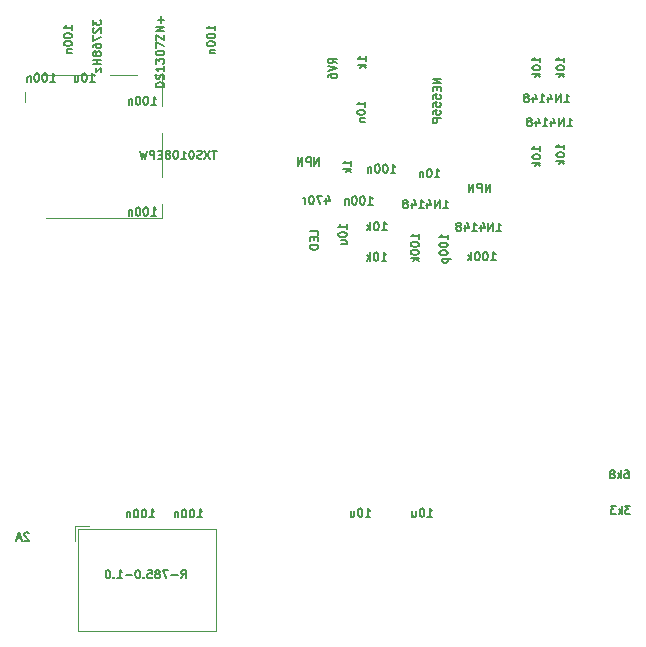
<source format=gbr>
%TF.GenerationSoftware,KiCad,Pcbnew,(7.0.0-0)*%
%TF.CreationDate,2023-06-27T20:57:55+01:00*%
%TF.ProjectId,ArdynoMon,41726479-6e6f-44d6-9f6e-2e6b69636164,Rev 3.5*%
%TF.SameCoordinates,Original*%
%TF.FileFunction,Legend,Bot*%
%TF.FilePolarity,Positive*%
%FSLAX46Y46*%
G04 Gerber Fmt 4.6, Leading zero omitted, Abs format (unit mm)*
G04 Created by KiCad (PCBNEW (7.0.0-0)) date 2023-06-27 20:57:55*
%MOMM*%
%LPD*%
G01*
G04 APERTURE LIST*
%ADD10C,0.150000*%
%ADD11C,0.120000*%
G04 APERTURE END LIST*
D10*
%TO.C,R13*%
X107315616Y-92843183D02*
X107315616Y-92443183D01*
X107315616Y-92643183D02*
X106615616Y-92643183D01*
X106615616Y-92643183D02*
X106715616Y-92576516D01*
X106715616Y-92576516D02*
X106782283Y-92509850D01*
X106782283Y-92509850D02*
X106815616Y-92443183D01*
X106615616Y-93276517D02*
X106615616Y-93343183D01*
X106615616Y-93343183D02*
X106648950Y-93409850D01*
X106648950Y-93409850D02*
X106682283Y-93443183D01*
X106682283Y-93443183D02*
X106748950Y-93476517D01*
X106748950Y-93476517D02*
X106882283Y-93509850D01*
X106882283Y-93509850D02*
X107048950Y-93509850D01*
X107048950Y-93509850D02*
X107182283Y-93476517D01*
X107182283Y-93476517D02*
X107248950Y-93443183D01*
X107248950Y-93443183D02*
X107282283Y-93409850D01*
X107282283Y-93409850D02*
X107315616Y-93343183D01*
X107315616Y-93343183D02*
X107315616Y-93276517D01*
X107315616Y-93276517D02*
X107282283Y-93209850D01*
X107282283Y-93209850D02*
X107248950Y-93176517D01*
X107248950Y-93176517D02*
X107182283Y-93143183D01*
X107182283Y-93143183D02*
X107048950Y-93109850D01*
X107048950Y-93109850D02*
X106882283Y-93109850D01*
X106882283Y-93109850D02*
X106748950Y-93143183D01*
X106748950Y-93143183D02*
X106682283Y-93176517D01*
X106682283Y-93176517D02*
X106648950Y-93209850D01*
X106648950Y-93209850D02*
X106615616Y-93276517D01*
X107315616Y-93809850D02*
X106615616Y-93809850D01*
X107048950Y-93876517D02*
X107315616Y-94076517D01*
X106848950Y-94076517D02*
X107115616Y-93809850D01*
%TO.C,D3*%
X107288450Y-88856516D02*
X107688450Y-88856516D01*
X107488450Y-88856516D02*
X107488450Y-88156516D01*
X107488450Y-88156516D02*
X107555117Y-88256516D01*
X107555117Y-88256516D02*
X107621784Y-88323183D01*
X107621784Y-88323183D02*
X107688450Y-88356516D01*
X106988450Y-88856516D02*
X106988450Y-88156516D01*
X106988450Y-88156516D02*
X106588450Y-88856516D01*
X106588450Y-88856516D02*
X106588450Y-88156516D01*
X105955117Y-88389850D02*
X105955117Y-88856516D01*
X106121784Y-88123183D02*
X106288450Y-88623183D01*
X106288450Y-88623183D02*
X105855117Y-88623183D01*
X105221783Y-88856516D02*
X105621783Y-88856516D01*
X105421783Y-88856516D02*
X105421783Y-88156516D01*
X105421783Y-88156516D02*
X105488450Y-88256516D01*
X105488450Y-88256516D02*
X105555117Y-88323183D01*
X105555117Y-88323183D02*
X105621783Y-88356516D01*
X104621783Y-88389850D02*
X104621783Y-88856516D01*
X104788450Y-88123183D02*
X104955116Y-88623183D01*
X104955116Y-88623183D02*
X104521783Y-88623183D01*
X104155116Y-88456516D02*
X104221783Y-88423183D01*
X104221783Y-88423183D02*
X104255116Y-88389850D01*
X104255116Y-88389850D02*
X104288449Y-88323183D01*
X104288449Y-88323183D02*
X104288449Y-88289850D01*
X104288449Y-88289850D02*
X104255116Y-88223183D01*
X104255116Y-88223183D02*
X104221783Y-88189850D01*
X104221783Y-88189850D02*
X104155116Y-88156516D01*
X104155116Y-88156516D02*
X104021783Y-88156516D01*
X104021783Y-88156516D02*
X103955116Y-88189850D01*
X103955116Y-88189850D02*
X103921783Y-88223183D01*
X103921783Y-88223183D02*
X103888449Y-88289850D01*
X103888449Y-88289850D02*
X103888449Y-88323183D01*
X103888449Y-88323183D02*
X103921783Y-88389850D01*
X103921783Y-88389850D02*
X103955116Y-88423183D01*
X103955116Y-88423183D02*
X104021783Y-88456516D01*
X104021783Y-88456516D02*
X104155116Y-88456516D01*
X104155116Y-88456516D02*
X104221783Y-88489850D01*
X104221783Y-88489850D02*
X104255116Y-88523183D01*
X104255116Y-88523183D02*
X104288449Y-88589850D01*
X104288449Y-88589850D02*
X104288449Y-88723183D01*
X104288449Y-88723183D02*
X104255116Y-88789850D01*
X104255116Y-88789850D02*
X104221783Y-88823183D01*
X104221783Y-88823183D02*
X104155116Y-88856516D01*
X104155116Y-88856516D02*
X104021783Y-88856516D01*
X104021783Y-88856516D02*
X103955116Y-88823183D01*
X103955116Y-88823183D02*
X103921783Y-88789850D01*
X103921783Y-88789850D02*
X103888449Y-88723183D01*
X103888449Y-88723183D02*
X103888449Y-88589850D01*
X103888449Y-88589850D02*
X103921783Y-88523183D01*
X103921783Y-88523183D02*
X103955116Y-88489850D01*
X103955116Y-88489850D02*
X104021783Y-88456516D01*
%TO.C,C20*%
X72337733Y-89084766D02*
X72737733Y-89084766D01*
X72537733Y-89084766D02*
X72537733Y-88384766D01*
X72537733Y-88384766D02*
X72604400Y-88484766D01*
X72604400Y-88484766D02*
X72671067Y-88551433D01*
X72671067Y-88551433D02*
X72737733Y-88584766D01*
X71904400Y-88384766D02*
X71837733Y-88384766D01*
X71837733Y-88384766D02*
X71771066Y-88418100D01*
X71771066Y-88418100D02*
X71737733Y-88451433D01*
X71737733Y-88451433D02*
X71704400Y-88518100D01*
X71704400Y-88518100D02*
X71671066Y-88651433D01*
X71671066Y-88651433D02*
X71671066Y-88818100D01*
X71671066Y-88818100D02*
X71704400Y-88951433D01*
X71704400Y-88951433D02*
X71737733Y-89018100D01*
X71737733Y-89018100D02*
X71771066Y-89051433D01*
X71771066Y-89051433D02*
X71837733Y-89084766D01*
X71837733Y-89084766D02*
X71904400Y-89084766D01*
X71904400Y-89084766D02*
X71971066Y-89051433D01*
X71971066Y-89051433D02*
X72004400Y-89018100D01*
X72004400Y-89018100D02*
X72037733Y-88951433D01*
X72037733Y-88951433D02*
X72071066Y-88818100D01*
X72071066Y-88818100D02*
X72071066Y-88651433D01*
X72071066Y-88651433D02*
X72037733Y-88518100D01*
X72037733Y-88518100D02*
X72004400Y-88451433D01*
X72004400Y-88451433D02*
X71971066Y-88418100D01*
X71971066Y-88418100D02*
X71904400Y-88384766D01*
X71237733Y-88384766D02*
X71171066Y-88384766D01*
X71171066Y-88384766D02*
X71104399Y-88418100D01*
X71104399Y-88418100D02*
X71071066Y-88451433D01*
X71071066Y-88451433D02*
X71037733Y-88518100D01*
X71037733Y-88518100D02*
X71004399Y-88651433D01*
X71004399Y-88651433D02*
X71004399Y-88818100D01*
X71004399Y-88818100D02*
X71037733Y-88951433D01*
X71037733Y-88951433D02*
X71071066Y-89018100D01*
X71071066Y-89018100D02*
X71104399Y-89051433D01*
X71104399Y-89051433D02*
X71171066Y-89084766D01*
X71171066Y-89084766D02*
X71237733Y-89084766D01*
X71237733Y-89084766D02*
X71304399Y-89051433D01*
X71304399Y-89051433D02*
X71337733Y-89018100D01*
X71337733Y-89018100D02*
X71371066Y-88951433D01*
X71371066Y-88951433D02*
X71404399Y-88818100D01*
X71404399Y-88818100D02*
X71404399Y-88651433D01*
X71404399Y-88651433D02*
X71371066Y-88518100D01*
X71371066Y-88518100D02*
X71337733Y-88451433D01*
X71337733Y-88451433D02*
X71304399Y-88418100D01*
X71304399Y-88418100D02*
X71237733Y-88384766D01*
X70704399Y-88618100D02*
X70704399Y-89084766D01*
X70704399Y-88684766D02*
X70671066Y-88651433D01*
X70671066Y-88651433D02*
X70604399Y-88618100D01*
X70604399Y-88618100D02*
X70504399Y-88618100D01*
X70504399Y-88618100D02*
X70437732Y-88651433D01*
X70437732Y-88651433D02*
X70404399Y-88718100D01*
X70404399Y-88718100D02*
X70404399Y-89084766D01*
%TO.C,Q2*%
X101043466Y-96456166D02*
X101043466Y-95756166D01*
X101043466Y-95756166D02*
X100643466Y-96456166D01*
X100643466Y-96456166D02*
X100643466Y-95756166D01*
X100310133Y-96456166D02*
X100310133Y-95756166D01*
X100310133Y-95756166D02*
X100043466Y-95756166D01*
X100043466Y-95756166D02*
X99976800Y-95789500D01*
X99976800Y-95789500D02*
X99943466Y-95822833D01*
X99943466Y-95822833D02*
X99910133Y-95889500D01*
X99910133Y-95889500D02*
X99910133Y-95989500D01*
X99910133Y-95989500D02*
X99943466Y-96056166D01*
X99943466Y-96056166D02*
X99976800Y-96089500D01*
X99976800Y-96089500D02*
X100043466Y-96122833D01*
X100043466Y-96122833D02*
X100310133Y-96122833D01*
X99610133Y-96456166D02*
X99610133Y-95756166D01*
X99610133Y-95756166D02*
X99210133Y-96456166D01*
X99210133Y-96456166D02*
X99210133Y-95756166D01*
%TO.C,D1*%
X101545300Y-99758166D02*
X101945300Y-99758166D01*
X101745300Y-99758166D02*
X101745300Y-99058166D01*
X101745300Y-99058166D02*
X101811967Y-99158166D01*
X101811967Y-99158166D02*
X101878634Y-99224833D01*
X101878634Y-99224833D02*
X101945300Y-99258166D01*
X101245300Y-99758166D02*
X101245300Y-99058166D01*
X101245300Y-99058166D02*
X100845300Y-99758166D01*
X100845300Y-99758166D02*
X100845300Y-99058166D01*
X100211967Y-99291500D02*
X100211967Y-99758166D01*
X100378634Y-99024833D02*
X100545300Y-99524833D01*
X100545300Y-99524833D02*
X100111967Y-99524833D01*
X99478633Y-99758166D02*
X99878633Y-99758166D01*
X99678633Y-99758166D02*
X99678633Y-99058166D01*
X99678633Y-99058166D02*
X99745300Y-99158166D01*
X99745300Y-99158166D02*
X99811967Y-99224833D01*
X99811967Y-99224833D02*
X99878633Y-99258166D01*
X98878633Y-99291500D02*
X98878633Y-99758166D01*
X99045300Y-99024833D02*
X99211966Y-99524833D01*
X99211966Y-99524833D02*
X98778633Y-99524833D01*
X98411966Y-99358166D02*
X98478633Y-99324833D01*
X98478633Y-99324833D02*
X98511966Y-99291500D01*
X98511966Y-99291500D02*
X98545299Y-99224833D01*
X98545299Y-99224833D02*
X98545299Y-99191500D01*
X98545299Y-99191500D02*
X98511966Y-99124833D01*
X98511966Y-99124833D02*
X98478633Y-99091500D01*
X98478633Y-99091500D02*
X98411966Y-99058166D01*
X98411966Y-99058166D02*
X98278633Y-99058166D01*
X98278633Y-99058166D02*
X98211966Y-99091500D01*
X98211966Y-99091500D02*
X98178633Y-99124833D01*
X98178633Y-99124833D02*
X98145299Y-99191500D01*
X98145299Y-99191500D02*
X98145299Y-99224833D01*
X98145299Y-99224833D02*
X98178633Y-99291500D01*
X98178633Y-99291500D02*
X98211966Y-99324833D01*
X98211966Y-99324833D02*
X98278633Y-99358166D01*
X98278633Y-99358166D02*
X98411966Y-99358166D01*
X98411966Y-99358166D02*
X98478633Y-99391500D01*
X98478633Y-99391500D02*
X98511966Y-99424833D01*
X98511966Y-99424833D02*
X98545299Y-99491500D01*
X98545299Y-99491500D02*
X98545299Y-99624833D01*
X98545299Y-99624833D02*
X98511966Y-99691500D01*
X98511966Y-99691500D02*
X98478633Y-99724833D01*
X98478633Y-99724833D02*
X98411966Y-99758166D01*
X98411966Y-99758166D02*
X98278633Y-99758166D01*
X98278633Y-99758166D02*
X98211966Y-99724833D01*
X98211966Y-99724833D02*
X98178633Y-99691500D01*
X98178633Y-99691500D02*
X98145299Y-99624833D01*
X98145299Y-99624833D02*
X98145299Y-99491500D01*
X98145299Y-99491500D02*
X98178633Y-99424833D01*
X98178633Y-99424833D02*
X98211966Y-99391500D01*
X98211966Y-99391500D02*
X98278633Y-99358166D01*
%TO.C,C12*%
X77727166Y-82782666D02*
X77727166Y-82382666D01*
X77727166Y-82582666D02*
X77027166Y-82582666D01*
X77027166Y-82582666D02*
X77127166Y-82515999D01*
X77127166Y-82515999D02*
X77193833Y-82449333D01*
X77193833Y-82449333D02*
X77227166Y-82382666D01*
X77027166Y-83216000D02*
X77027166Y-83282666D01*
X77027166Y-83282666D02*
X77060500Y-83349333D01*
X77060500Y-83349333D02*
X77093833Y-83382666D01*
X77093833Y-83382666D02*
X77160500Y-83416000D01*
X77160500Y-83416000D02*
X77293833Y-83449333D01*
X77293833Y-83449333D02*
X77460500Y-83449333D01*
X77460500Y-83449333D02*
X77593833Y-83416000D01*
X77593833Y-83416000D02*
X77660500Y-83382666D01*
X77660500Y-83382666D02*
X77693833Y-83349333D01*
X77693833Y-83349333D02*
X77727166Y-83282666D01*
X77727166Y-83282666D02*
X77727166Y-83216000D01*
X77727166Y-83216000D02*
X77693833Y-83149333D01*
X77693833Y-83149333D02*
X77660500Y-83116000D01*
X77660500Y-83116000D02*
X77593833Y-83082666D01*
X77593833Y-83082666D02*
X77460500Y-83049333D01*
X77460500Y-83049333D02*
X77293833Y-83049333D01*
X77293833Y-83049333D02*
X77160500Y-83082666D01*
X77160500Y-83082666D02*
X77093833Y-83116000D01*
X77093833Y-83116000D02*
X77060500Y-83149333D01*
X77060500Y-83149333D02*
X77027166Y-83216000D01*
X77027166Y-83882667D02*
X77027166Y-83949333D01*
X77027166Y-83949333D02*
X77060500Y-84016000D01*
X77060500Y-84016000D02*
X77093833Y-84049333D01*
X77093833Y-84049333D02*
X77160500Y-84082667D01*
X77160500Y-84082667D02*
X77293833Y-84116000D01*
X77293833Y-84116000D02*
X77460500Y-84116000D01*
X77460500Y-84116000D02*
X77593833Y-84082667D01*
X77593833Y-84082667D02*
X77660500Y-84049333D01*
X77660500Y-84049333D02*
X77693833Y-84016000D01*
X77693833Y-84016000D02*
X77727166Y-83949333D01*
X77727166Y-83949333D02*
X77727166Y-83882667D01*
X77727166Y-83882667D02*
X77693833Y-83816000D01*
X77693833Y-83816000D02*
X77660500Y-83782667D01*
X77660500Y-83782667D02*
X77593833Y-83749333D01*
X77593833Y-83749333D02*
X77460500Y-83716000D01*
X77460500Y-83716000D02*
X77293833Y-83716000D01*
X77293833Y-83716000D02*
X77160500Y-83749333D01*
X77160500Y-83749333D02*
X77093833Y-83782667D01*
X77093833Y-83782667D02*
X77060500Y-83816000D01*
X77060500Y-83816000D02*
X77027166Y-83882667D01*
X77260500Y-84416000D02*
X77727166Y-84416000D01*
X77327166Y-84416000D02*
X77293833Y-84449334D01*
X77293833Y-84449334D02*
X77260500Y-84516000D01*
X77260500Y-84516000D02*
X77260500Y-84616000D01*
X77260500Y-84616000D02*
X77293833Y-84682667D01*
X77293833Y-84682667D02*
X77360500Y-84716000D01*
X77360500Y-84716000D02*
X77727166Y-84716000D01*
%TO.C,F1*%
X61967999Y-125353833D02*
X61934666Y-125320500D01*
X61934666Y-125320500D02*
X61867999Y-125287166D01*
X61867999Y-125287166D02*
X61701333Y-125287166D01*
X61701333Y-125287166D02*
X61634666Y-125320500D01*
X61634666Y-125320500D02*
X61601333Y-125353833D01*
X61601333Y-125353833D02*
X61567999Y-125420500D01*
X61567999Y-125420500D02*
X61567999Y-125487166D01*
X61567999Y-125487166D02*
X61601333Y-125587166D01*
X61601333Y-125587166D02*
X62001333Y-125987166D01*
X62001333Y-125987166D02*
X61567999Y-125987166D01*
X61301332Y-125787166D02*
X60967999Y-125787166D01*
X61367999Y-125987166D02*
X61134666Y-125287166D01*
X61134666Y-125287166D02*
X60901332Y-125987166D01*
%TO.C,C21*%
X65623766Y-82751866D02*
X65623766Y-82351866D01*
X65623766Y-82551866D02*
X64923766Y-82551866D01*
X64923766Y-82551866D02*
X65023766Y-82485199D01*
X65023766Y-82485199D02*
X65090433Y-82418533D01*
X65090433Y-82418533D02*
X65123766Y-82351866D01*
X64923766Y-83185200D02*
X64923766Y-83251866D01*
X64923766Y-83251866D02*
X64957100Y-83318533D01*
X64957100Y-83318533D02*
X64990433Y-83351866D01*
X64990433Y-83351866D02*
X65057100Y-83385200D01*
X65057100Y-83385200D02*
X65190433Y-83418533D01*
X65190433Y-83418533D02*
X65357100Y-83418533D01*
X65357100Y-83418533D02*
X65490433Y-83385200D01*
X65490433Y-83385200D02*
X65557100Y-83351866D01*
X65557100Y-83351866D02*
X65590433Y-83318533D01*
X65590433Y-83318533D02*
X65623766Y-83251866D01*
X65623766Y-83251866D02*
X65623766Y-83185200D01*
X65623766Y-83185200D02*
X65590433Y-83118533D01*
X65590433Y-83118533D02*
X65557100Y-83085200D01*
X65557100Y-83085200D02*
X65490433Y-83051866D01*
X65490433Y-83051866D02*
X65357100Y-83018533D01*
X65357100Y-83018533D02*
X65190433Y-83018533D01*
X65190433Y-83018533D02*
X65057100Y-83051866D01*
X65057100Y-83051866D02*
X64990433Y-83085200D01*
X64990433Y-83085200D02*
X64957100Y-83118533D01*
X64957100Y-83118533D02*
X64923766Y-83185200D01*
X64923766Y-83851867D02*
X64923766Y-83918533D01*
X64923766Y-83918533D02*
X64957100Y-83985200D01*
X64957100Y-83985200D02*
X64990433Y-84018533D01*
X64990433Y-84018533D02*
X65057100Y-84051867D01*
X65057100Y-84051867D02*
X65190433Y-84085200D01*
X65190433Y-84085200D02*
X65357100Y-84085200D01*
X65357100Y-84085200D02*
X65490433Y-84051867D01*
X65490433Y-84051867D02*
X65557100Y-84018533D01*
X65557100Y-84018533D02*
X65590433Y-83985200D01*
X65590433Y-83985200D02*
X65623766Y-83918533D01*
X65623766Y-83918533D02*
X65623766Y-83851867D01*
X65623766Y-83851867D02*
X65590433Y-83785200D01*
X65590433Y-83785200D02*
X65557100Y-83751867D01*
X65557100Y-83751867D02*
X65490433Y-83718533D01*
X65490433Y-83718533D02*
X65357100Y-83685200D01*
X65357100Y-83685200D02*
X65190433Y-83685200D01*
X65190433Y-83685200D02*
X65057100Y-83718533D01*
X65057100Y-83718533D02*
X64990433Y-83751867D01*
X64990433Y-83751867D02*
X64957100Y-83785200D01*
X64957100Y-83785200D02*
X64923766Y-83851867D01*
X65157100Y-84385200D02*
X65623766Y-84385200D01*
X65223766Y-84385200D02*
X65190433Y-84418534D01*
X65190433Y-84418534D02*
X65157100Y-84485200D01*
X65157100Y-84485200D02*
X65157100Y-84585200D01*
X65157100Y-84585200D02*
X65190433Y-84651867D01*
X65190433Y-84651867D02*
X65257100Y-84685200D01*
X65257100Y-84685200D02*
X65623766Y-84685200D01*
%TO.C,U1*%
X96848066Y-86864733D02*
X96148066Y-86864733D01*
X96148066Y-86864733D02*
X96848066Y-87264733D01*
X96848066Y-87264733D02*
X96148066Y-87264733D01*
X96481400Y-87598066D02*
X96481400Y-87831400D01*
X96848066Y-87931400D02*
X96848066Y-87598066D01*
X96848066Y-87598066D02*
X96148066Y-87598066D01*
X96148066Y-87598066D02*
X96148066Y-87931400D01*
X96148066Y-88564733D02*
X96148066Y-88231399D01*
X96148066Y-88231399D02*
X96481400Y-88198066D01*
X96481400Y-88198066D02*
X96448066Y-88231399D01*
X96448066Y-88231399D02*
X96414733Y-88298066D01*
X96414733Y-88298066D02*
X96414733Y-88464733D01*
X96414733Y-88464733D02*
X96448066Y-88531399D01*
X96448066Y-88531399D02*
X96481400Y-88564733D01*
X96481400Y-88564733D02*
X96548066Y-88598066D01*
X96548066Y-88598066D02*
X96714733Y-88598066D01*
X96714733Y-88598066D02*
X96781400Y-88564733D01*
X96781400Y-88564733D02*
X96814733Y-88531399D01*
X96814733Y-88531399D02*
X96848066Y-88464733D01*
X96848066Y-88464733D02*
X96848066Y-88298066D01*
X96848066Y-88298066D02*
X96814733Y-88231399D01*
X96814733Y-88231399D02*
X96781400Y-88198066D01*
X96148066Y-89231400D02*
X96148066Y-88898066D01*
X96148066Y-88898066D02*
X96481400Y-88864733D01*
X96481400Y-88864733D02*
X96448066Y-88898066D01*
X96448066Y-88898066D02*
X96414733Y-88964733D01*
X96414733Y-88964733D02*
X96414733Y-89131400D01*
X96414733Y-89131400D02*
X96448066Y-89198066D01*
X96448066Y-89198066D02*
X96481400Y-89231400D01*
X96481400Y-89231400D02*
X96548066Y-89264733D01*
X96548066Y-89264733D02*
X96714733Y-89264733D01*
X96714733Y-89264733D02*
X96781400Y-89231400D01*
X96781400Y-89231400D02*
X96814733Y-89198066D01*
X96814733Y-89198066D02*
X96848066Y-89131400D01*
X96848066Y-89131400D02*
X96848066Y-88964733D01*
X96848066Y-88964733D02*
X96814733Y-88898066D01*
X96814733Y-88898066D02*
X96781400Y-88864733D01*
X96148066Y-89898067D02*
X96148066Y-89564733D01*
X96148066Y-89564733D02*
X96481400Y-89531400D01*
X96481400Y-89531400D02*
X96448066Y-89564733D01*
X96448066Y-89564733D02*
X96414733Y-89631400D01*
X96414733Y-89631400D02*
X96414733Y-89798067D01*
X96414733Y-89798067D02*
X96448066Y-89864733D01*
X96448066Y-89864733D02*
X96481400Y-89898067D01*
X96481400Y-89898067D02*
X96548066Y-89931400D01*
X96548066Y-89931400D02*
X96714733Y-89931400D01*
X96714733Y-89931400D02*
X96781400Y-89898067D01*
X96781400Y-89898067D02*
X96814733Y-89864733D01*
X96814733Y-89864733D02*
X96848066Y-89798067D01*
X96848066Y-89798067D02*
X96848066Y-89631400D01*
X96848066Y-89631400D02*
X96814733Y-89564733D01*
X96814733Y-89564733D02*
X96781400Y-89531400D01*
X96848066Y-90231400D02*
X96148066Y-90231400D01*
X96148066Y-90231400D02*
X96148066Y-90498067D01*
X96148066Y-90498067D02*
X96181400Y-90564734D01*
X96181400Y-90564734D02*
X96214733Y-90598067D01*
X96214733Y-90598067D02*
X96281400Y-90631400D01*
X96281400Y-90631400D02*
X96381400Y-90631400D01*
X96381400Y-90631400D02*
X96448066Y-90598067D01*
X96448066Y-90598067D02*
X96481400Y-90564734D01*
X96481400Y-90564734D02*
X96514733Y-90498067D01*
X96514733Y-90498067D02*
X96514733Y-90231400D01*
%TO.C,R18*%
X91851366Y-99707366D02*
X92251366Y-99707366D01*
X92051366Y-99707366D02*
X92051366Y-99007366D01*
X92051366Y-99007366D02*
X92118033Y-99107366D01*
X92118033Y-99107366D02*
X92184700Y-99174033D01*
X92184700Y-99174033D02*
X92251366Y-99207366D01*
X91418033Y-99007366D02*
X91351366Y-99007366D01*
X91351366Y-99007366D02*
X91284699Y-99040700D01*
X91284699Y-99040700D02*
X91251366Y-99074033D01*
X91251366Y-99074033D02*
X91218033Y-99140700D01*
X91218033Y-99140700D02*
X91184699Y-99274033D01*
X91184699Y-99274033D02*
X91184699Y-99440700D01*
X91184699Y-99440700D02*
X91218033Y-99574033D01*
X91218033Y-99574033D02*
X91251366Y-99640700D01*
X91251366Y-99640700D02*
X91284699Y-99674033D01*
X91284699Y-99674033D02*
X91351366Y-99707366D01*
X91351366Y-99707366D02*
X91418033Y-99707366D01*
X91418033Y-99707366D02*
X91484699Y-99674033D01*
X91484699Y-99674033D02*
X91518033Y-99640700D01*
X91518033Y-99640700D02*
X91551366Y-99574033D01*
X91551366Y-99574033D02*
X91584699Y-99440700D01*
X91584699Y-99440700D02*
X91584699Y-99274033D01*
X91584699Y-99274033D02*
X91551366Y-99140700D01*
X91551366Y-99140700D02*
X91518033Y-99074033D01*
X91518033Y-99074033D02*
X91484699Y-99040700D01*
X91484699Y-99040700D02*
X91418033Y-99007366D01*
X90884699Y-99707366D02*
X90884699Y-99007366D01*
X90818032Y-99440700D02*
X90618032Y-99707366D01*
X90618032Y-99240700D02*
X90884699Y-99507366D01*
%TO.C,R23*%
X89253466Y-94236066D02*
X89253466Y-93836066D01*
X89253466Y-94036066D02*
X88553466Y-94036066D01*
X88553466Y-94036066D02*
X88653466Y-93969399D01*
X88653466Y-93969399D02*
X88720133Y-93902733D01*
X88720133Y-93902733D02*
X88753466Y-93836066D01*
X89253466Y-94536066D02*
X88553466Y-94536066D01*
X88986800Y-94602733D02*
X89253466Y-94802733D01*
X88786800Y-94802733D02*
X89053466Y-94536066D01*
%TO.C,U3*%
X73409166Y-87565334D02*
X72709166Y-87565334D01*
X72709166Y-87565334D02*
X72709166Y-87398667D01*
X72709166Y-87398667D02*
X72742500Y-87298667D01*
X72742500Y-87298667D02*
X72809166Y-87232001D01*
X72809166Y-87232001D02*
X72875833Y-87198667D01*
X72875833Y-87198667D02*
X73009166Y-87165334D01*
X73009166Y-87165334D02*
X73109166Y-87165334D01*
X73109166Y-87165334D02*
X73242500Y-87198667D01*
X73242500Y-87198667D02*
X73309166Y-87232001D01*
X73309166Y-87232001D02*
X73375833Y-87298667D01*
X73375833Y-87298667D02*
X73409166Y-87398667D01*
X73409166Y-87398667D02*
X73409166Y-87565334D01*
X73375833Y-86898667D02*
X73409166Y-86798667D01*
X73409166Y-86798667D02*
X73409166Y-86632001D01*
X73409166Y-86632001D02*
X73375833Y-86565334D01*
X73375833Y-86565334D02*
X73342500Y-86532001D01*
X73342500Y-86532001D02*
X73275833Y-86498667D01*
X73275833Y-86498667D02*
X73209166Y-86498667D01*
X73209166Y-86498667D02*
X73142500Y-86532001D01*
X73142500Y-86532001D02*
X73109166Y-86565334D01*
X73109166Y-86565334D02*
X73075833Y-86632001D01*
X73075833Y-86632001D02*
X73042500Y-86765334D01*
X73042500Y-86765334D02*
X73009166Y-86832001D01*
X73009166Y-86832001D02*
X72975833Y-86865334D01*
X72975833Y-86865334D02*
X72909166Y-86898667D01*
X72909166Y-86898667D02*
X72842500Y-86898667D01*
X72842500Y-86898667D02*
X72775833Y-86865334D01*
X72775833Y-86865334D02*
X72742500Y-86832001D01*
X72742500Y-86832001D02*
X72709166Y-86765334D01*
X72709166Y-86765334D02*
X72709166Y-86598667D01*
X72709166Y-86598667D02*
X72742500Y-86498667D01*
X73409166Y-85832000D02*
X73409166Y-86232000D01*
X73409166Y-86032000D02*
X72709166Y-86032000D01*
X72709166Y-86032000D02*
X72809166Y-86098667D01*
X72809166Y-86098667D02*
X72875833Y-86165334D01*
X72875833Y-86165334D02*
X72909166Y-86232000D01*
X72709166Y-85598667D02*
X72709166Y-85165333D01*
X72709166Y-85165333D02*
X72975833Y-85398667D01*
X72975833Y-85398667D02*
X72975833Y-85298667D01*
X72975833Y-85298667D02*
X73009166Y-85232000D01*
X73009166Y-85232000D02*
X73042500Y-85198667D01*
X73042500Y-85198667D02*
X73109166Y-85165333D01*
X73109166Y-85165333D02*
X73275833Y-85165333D01*
X73275833Y-85165333D02*
X73342500Y-85198667D01*
X73342500Y-85198667D02*
X73375833Y-85232000D01*
X73375833Y-85232000D02*
X73409166Y-85298667D01*
X73409166Y-85298667D02*
X73409166Y-85498667D01*
X73409166Y-85498667D02*
X73375833Y-85565333D01*
X73375833Y-85565333D02*
X73342500Y-85598667D01*
X72709166Y-84732000D02*
X72709166Y-84665333D01*
X72709166Y-84665333D02*
X72742500Y-84598666D01*
X72742500Y-84598666D02*
X72775833Y-84565333D01*
X72775833Y-84565333D02*
X72842500Y-84532000D01*
X72842500Y-84532000D02*
X72975833Y-84498666D01*
X72975833Y-84498666D02*
X73142500Y-84498666D01*
X73142500Y-84498666D02*
X73275833Y-84532000D01*
X73275833Y-84532000D02*
X73342500Y-84565333D01*
X73342500Y-84565333D02*
X73375833Y-84598666D01*
X73375833Y-84598666D02*
X73409166Y-84665333D01*
X73409166Y-84665333D02*
X73409166Y-84732000D01*
X73409166Y-84732000D02*
X73375833Y-84798666D01*
X73375833Y-84798666D02*
X73342500Y-84832000D01*
X73342500Y-84832000D02*
X73275833Y-84865333D01*
X73275833Y-84865333D02*
X73142500Y-84898666D01*
X73142500Y-84898666D02*
X72975833Y-84898666D01*
X72975833Y-84898666D02*
X72842500Y-84865333D01*
X72842500Y-84865333D02*
X72775833Y-84832000D01*
X72775833Y-84832000D02*
X72742500Y-84798666D01*
X72742500Y-84798666D02*
X72709166Y-84732000D01*
X72709166Y-84265333D02*
X72709166Y-83798666D01*
X72709166Y-83798666D02*
X73409166Y-84098666D01*
X72709166Y-83598666D02*
X72709166Y-83131999D01*
X72709166Y-83131999D02*
X73409166Y-83598666D01*
X73409166Y-83598666D02*
X73409166Y-83131999D01*
X73409166Y-82865332D02*
X72709166Y-82865332D01*
X72709166Y-82865332D02*
X73409166Y-82465332D01*
X73409166Y-82465332D02*
X72709166Y-82465332D01*
X73142500Y-82131999D02*
X73142500Y-81598666D01*
X73409166Y-81865332D02*
X72875833Y-81865332D01*
%TO.C,C8*%
X92604333Y-94831966D02*
X93004333Y-94831966D01*
X92804333Y-94831966D02*
X92804333Y-94131966D01*
X92804333Y-94131966D02*
X92871000Y-94231966D01*
X92871000Y-94231966D02*
X92937667Y-94298633D01*
X92937667Y-94298633D02*
X93004333Y-94331966D01*
X92171000Y-94131966D02*
X92104333Y-94131966D01*
X92104333Y-94131966D02*
X92037666Y-94165300D01*
X92037666Y-94165300D02*
X92004333Y-94198633D01*
X92004333Y-94198633D02*
X91971000Y-94265300D01*
X91971000Y-94265300D02*
X91937666Y-94398633D01*
X91937666Y-94398633D02*
X91937666Y-94565300D01*
X91937666Y-94565300D02*
X91971000Y-94698633D01*
X91971000Y-94698633D02*
X92004333Y-94765300D01*
X92004333Y-94765300D02*
X92037666Y-94798633D01*
X92037666Y-94798633D02*
X92104333Y-94831966D01*
X92104333Y-94831966D02*
X92171000Y-94831966D01*
X92171000Y-94831966D02*
X92237666Y-94798633D01*
X92237666Y-94798633D02*
X92271000Y-94765300D01*
X92271000Y-94765300D02*
X92304333Y-94698633D01*
X92304333Y-94698633D02*
X92337666Y-94565300D01*
X92337666Y-94565300D02*
X92337666Y-94398633D01*
X92337666Y-94398633D02*
X92304333Y-94265300D01*
X92304333Y-94265300D02*
X92271000Y-94198633D01*
X92271000Y-94198633D02*
X92237666Y-94165300D01*
X92237666Y-94165300D02*
X92171000Y-94131966D01*
X91504333Y-94131966D02*
X91437666Y-94131966D01*
X91437666Y-94131966D02*
X91370999Y-94165300D01*
X91370999Y-94165300D02*
X91337666Y-94198633D01*
X91337666Y-94198633D02*
X91304333Y-94265300D01*
X91304333Y-94265300D02*
X91270999Y-94398633D01*
X91270999Y-94398633D02*
X91270999Y-94565300D01*
X91270999Y-94565300D02*
X91304333Y-94698633D01*
X91304333Y-94698633D02*
X91337666Y-94765300D01*
X91337666Y-94765300D02*
X91370999Y-94798633D01*
X91370999Y-94798633D02*
X91437666Y-94831966D01*
X91437666Y-94831966D02*
X91504333Y-94831966D01*
X91504333Y-94831966D02*
X91570999Y-94798633D01*
X91570999Y-94798633D02*
X91604333Y-94765300D01*
X91604333Y-94765300D02*
X91637666Y-94698633D01*
X91637666Y-94698633D02*
X91670999Y-94565300D01*
X91670999Y-94565300D02*
X91670999Y-94398633D01*
X91670999Y-94398633D02*
X91637666Y-94265300D01*
X91637666Y-94265300D02*
X91604333Y-94198633D01*
X91604333Y-94198633D02*
X91570999Y-94165300D01*
X91570999Y-94165300D02*
X91504333Y-94131966D01*
X90970999Y-94365300D02*
X90970999Y-94831966D01*
X90970999Y-94431966D02*
X90937666Y-94398633D01*
X90937666Y-94398633D02*
X90870999Y-94365300D01*
X90870999Y-94365300D02*
X90770999Y-94365300D01*
X90770999Y-94365300D02*
X90704332Y-94398633D01*
X90704332Y-94398633D02*
X90670999Y-94465300D01*
X90670999Y-94465300D02*
X90670999Y-94831966D01*
%TO.C,R3*%
X87087000Y-97011100D02*
X87087000Y-97477766D01*
X87253667Y-96744433D02*
X87420333Y-97244433D01*
X87420333Y-97244433D02*
X86987000Y-97244433D01*
X86787000Y-96777766D02*
X86320333Y-96777766D01*
X86320333Y-96777766D02*
X86620333Y-97477766D01*
X85920333Y-96777766D02*
X85853666Y-96777766D01*
X85853666Y-96777766D02*
X85786999Y-96811100D01*
X85786999Y-96811100D02*
X85753666Y-96844433D01*
X85753666Y-96844433D02*
X85720333Y-96911100D01*
X85720333Y-96911100D02*
X85686999Y-97044433D01*
X85686999Y-97044433D02*
X85686999Y-97211100D01*
X85686999Y-97211100D02*
X85720333Y-97344433D01*
X85720333Y-97344433D02*
X85753666Y-97411100D01*
X85753666Y-97411100D02*
X85786999Y-97444433D01*
X85786999Y-97444433D02*
X85853666Y-97477766D01*
X85853666Y-97477766D02*
X85920333Y-97477766D01*
X85920333Y-97477766D02*
X85986999Y-97444433D01*
X85986999Y-97444433D02*
X86020333Y-97411100D01*
X86020333Y-97411100D02*
X86053666Y-97344433D01*
X86053666Y-97344433D02*
X86086999Y-97211100D01*
X86086999Y-97211100D02*
X86086999Y-97044433D01*
X86086999Y-97044433D02*
X86053666Y-96911100D01*
X86053666Y-96911100D02*
X86020333Y-96844433D01*
X86020333Y-96844433D02*
X85986999Y-96811100D01*
X85986999Y-96811100D02*
X85920333Y-96777766D01*
X85386999Y-97477766D02*
X85386999Y-97011100D01*
X85386999Y-97144433D02*
X85353666Y-97077766D01*
X85353666Y-97077766D02*
X85320332Y-97044433D01*
X85320332Y-97044433D02*
X85253666Y-97011100D01*
X85253666Y-97011100D02*
X85186999Y-97011100D01*
%TO.C,C13*%
X76236333Y-124015166D02*
X76636333Y-124015166D01*
X76436333Y-124015166D02*
X76436333Y-123315166D01*
X76436333Y-123315166D02*
X76503000Y-123415166D01*
X76503000Y-123415166D02*
X76569667Y-123481833D01*
X76569667Y-123481833D02*
X76636333Y-123515166D01*
X75803000Y-123315166D02*
X75736333Y-123315166D01*
X75736333Y-123315166D02*
X75669666Y-123348500D01*
X75669666Y-123348500D02*
X75636333Y-123381833D01*
X75636333Y-123381833D02*
X75603000Y-123448500D01*
X75603000Y-123448500D02*
X75569666Y-123581833D01*
X75569666Y-123581833D02*
X75569666Y-123748500D01*
X75569666Y-123748500D02*
X75603000Y-123881833D01*
X75603000Y-123881833D02*
X75636333Y-123948500D01*
X75636333Y-123948500D02*
X75669666Y-123981833D01*
X75669666Y-123981833D02*
X75736333Y-124015166D01*
X75736333Y-124015166D02*
X75803000Y-124015166D01*
X75803000Y-124015166D02*
X75869666Y-123981833D01*
X75869666Y-123981833D02*
X75903000Y-123948500D01*
X75903000Y-123948500D02*
X75936333Y-123881833D01*
X75936333Y-123881833D02*
X75969666Y-123748500D01*
X75969666Y-123748500D02*
X75969666Y-123581833D01*
X75969666Y-123581833D02*
X75936333Y-123448500D01*
X75936333Y-123448500D02*
X75903000Y-123381833D01*
X75903000Y-123381833D02*
X75869666Y-123348500D01*
X75869666Y-123348500D02*
X75803000Y-123315166D01*
X75136333Y-123315166D02*
X75069666Y-123315166D01*
X75069666Y-123315166D02*
X75002999Y-123348500D01*
X75002999Y-123348500D02*
X74969666Y-123381833D01*
X74969666Y-123381833D02*
X74936333Y-123448500D01*
X74936333Y-123448500D02*
X74902999Y-123581833D01*
X74902999Y-123581833D02*
X74902999Y-123748500D01*
X74902999Y-123748500D02*
X74936333Y-123881833D01*
X74936333Y-123881833D02*
X74969666Y-123948500D01*
X74969666Y-123948500D02*
X75002999Y-123981833D01*
X75002999Y-123981833D02*
X75069666Y-124015166D01*
X75069666Y-124015166D02*
X75136333Y-124015166D01*
X75136333Y-124015166D02*
X75202999Y-123981833D01*
X75202999Y-123981833D02*
X75236333Y-123948500D01*
X75236333Y-123948500D02*
X75269666Y-123881833D01*
X75269666Y-123881833D02*
X75302999Y-123748500D01*
X75302999Y-123748500D02*
X75302999Y-123581833D01*
X75302999Y-123581833D02*
X75269666Y-123448500D01*
X75269666Y-123448500D02*
X75236333Y-123381833D01*
X75236333Y-123381833D02*
X75202999Y-123348500D01*
X75202999Y-123348500D02*
X75136333Y-123315166D01*
X74602999Y-123548500D02*
X74602999Y-124015166D01*
X74602999Y-123615166D02*
X74569666Y-123581833D01*
X74569666Y-123581833D02*
X74502999Y-123548500D01*
X74502999Y-123548500D02*
X74402999Y-123548500D01*
X74402999Y-123548500D02*
X74336332Y-123581833D01*
X74336332Y-123581833D02*
X74302999Y-123648500D01*
X74302999Y-123648500D02*
X74302999Y-124015166D01*
%TO.C,C22*%
X72337733Y-98452766D02*
X72737733Y-98452766D01*
X72537733Y-98452766D02*
X72537733Y-97752766D01*
X72537733Y-97752766D02*
X72604400Y-97852766D01*
X72604400Y-97852766D02*
X72671067Y-97919433D01*
X72671067Y-97919433D02*
X72737733Y-97952766D01*
X71904400Y-97752766D02*
X71837733Y-97752766D01*
X71837733Y-97752766D02*
X71771066Y-97786100D01*
X71771066Y-97786100D02*
X71737733Y-97819433D01*
X71737733Y-97819433D02*
X71704400Y-97886100D01*
X71704400Y-97886100D02*
X71671066Y-98019433D01*
X71671066Y-98019433D02*
X71671066Y-98186100D01*
X71671066Y-98186100D02*
X71704400Y-98319433D01*
X71704400Y-98319433D02*
X71737733Y-98386100D01*
X71737733Y-98386100D02*
X71771066Y-98419433D01*
X71771066Y-98419433D02*
X71837733Y-98452766D01*
X71837733Y-98452766D02*
X71904400Y-98452766D01*
X71904400Y-98452766D02*
X71971066Y-98419433D01*
X71971066Y-98419433D02*
X72004400Y-98386100D01*
X72004400Y-98386100D02*
X72037733Y-98319433D01*
X72037733Y-98319433D02*
X72071066Y-98186100D01*
X72071066Y-98186100D02*
X72071066Y-98019433D01*
X72071066Y-98019433D02*
X72037733Y-97886100D01*
X72037733Y-97886100D02*
X72004400Y-97819433D01*
X72004400Y-97819433D02*
X71971066Y-97786100D01*
X71971066Y-97786100D02*
X71904400Y-97752766D01*
X71237733Y-97752766D02*
X71171066Y-97752766D01*
X71171066Y-97752766D02*
X71104399Y-97786100D01*
X71104399Y-97786100D02*
X71071066Y-97819433D01*
X71071066Y-97819433D02*
X71037733Y-97886100D01*
X71037733Y-97886100D02*
X71004399Y-98019433D01*
X71004399Y-98019433D02*
X71004399Y-98186100D01*
X71004399Y-98186100D02*
X71037733Y-98319433D01*
X71037733Y-98319433D02*
X71071066Y-98386100D01*
X71071066Y-98386100D02*
X71104399Y-98419433D01*
X71104399Y-98419433D02*
X71171066Y-98452766D01*
X71171066Y-98452766D02*
X71237733Y-98452766D01*
X71237733Y-98452766D02*
X71304399Y-98419433D01*
X71304399Y-98419433D02*
X71337733Y-98386100D01*
X71337733Y-98386100D02*
X71371066Y-98319433D01*
X71371066Y-98319433D02*
X71404399Y-98186100D01*
X71404399Y-98186100D02*
X71404399Y-98019433D01*
X71404399Y-98019433D02*
X71371066Y-97886100D01*
X71371066Y-97886100D02*
X71337733Y-97819433D01*
X71337733Y-97819433D02*
X71304399Y-97786100D01*
X71304399Y-97786100D02*
X71237733Y-97752766D01*
X70704399Y-97986100D02*
X70704399Y-98452766D01*
X70704399Y-98052766D02*
X70671066Y-98019433D01*
X70671066Y-98019433D02*
X70604399Y-97986100D01*
X70604399Y-97986100D02*
X70504399Y-97986100D01*
X70504399Y-97986100D02*
X70437732Y-98019433D01*
X70437732Y-98019433D02*
X70404399Y-98086100D01*
X70404399Y-98086100D02*
X70404399Y-98452766D01*
%TO.C,C2*%
X96329699Y-95211566D02*
X96729699Y-95211566D01*
X96529699Y-95211566D02*
X96529699Y-94511566D01*
X96529699Y-94511566D02*
X96596366Y-94611566D01*
X96596366Y-94611566D02*
X96663033Y-94678233D01*
X96663033Y-94678233D02*
X96729699Y-94711566D01*
X95896366Y-94511566D02*
X95829699Y-94511566D01*
X95829699Y-94511566D02*
X95763032Y-94544900D01*
X95763032Y-94544900D02*
X95729699Y-94578233D01*
X95729699Y-94578233D02*
X95696366Y-94644900D01*
X95696366Y-94644900D02*
X95663032Y-94778233D01*
X95663032Y-94778233D02*
X95663032Y-94944900D01*
X95663032Y-94944900D02*
X95696366Y-95078233D01*
X95696366Y-95078233D02*
X95729699Y-95144900D01*
X95729699Y-95144900D02*
X95763032Y-95178233D01*
X95763032Y-95178233D02*
X95829699Y-95211566D01*
X95829699Y-95211566D02*
X95896366Y-95211566D01*
X95896366Y-95211566D02*
X95963032Y-95178233D01*
X95963032Y-95178233D02*
X95996366Y-95144900D01*
X95996366Y-95144900D02*
X96029699Y-95078233D01*
X96029699Y-95078233D02*
X96063032Y-94944900D01*
X96063032Y-94944900D02*
X96063032Y-94778233D01*
X96063032Y-94778233D02*
X96029699Y-94644900D01*
X96029699Y-94644900D02*
X95996366Y-94578233D01*
X95996366Y-94578233D02*
X95963032Y-94544900D01*
X95963032Y-94544900D02*
X95896366Y-94511566D01*
X95363032Y-94744900D02*
X95363032Y-95211566D01*
X95363032Y-94811566D02*
X95329699Y-94778233D01*
X95329699Y-94778233D02*
X95263032Y-94744900D01*
X95263032Y-94744900D02*
X95163032Y-94744900D01*
X95163032Y-94744900D02*
X95096365Y-94778233D01*
X95096365Y-94778233D02*
X95063032Y-94844900D01*
X95063032Y-94844900D02*
X95063032Y-95211566D01*
%TO.C,D2*%
X107542450Y-90888516D02*
X107942450Y-90888516D01*
X107742450Y-90888516D02*
X107742450Y-90188516D01*
X107742450Y-90188516D02*
X107809117Y-90288516D01*
X107809117Y-90288516D02*
X107875784Y-90355183D01*
X107875784Y-90355183D02*
X107942450Y-90388516D01*
X107242450Y-90888516D02*
X107242450Y-90188516D01*
X107242450Y-90188516D02*
X106842450Y-90888516D01*
X106842450Y-90888516D02*
X106842450Y-90188516D01*
X106209117Y-90421850D02*
X106209117Y-90888516D01*
X106375784Y-90155183D02*
X106542450Y-90655183D01*
X106542450Y-90655183D02*
X106109117Y-90655183D01*
X105475783Y-90888516D02*
X105875783Y-90888516D01*
X105675783Y-90888516D02*
X105675783Y-90188516D01*
X105675783Y-90188516D02*
X105742450Y-90288516D01*
X105742450Y-90288516D02*
X105809117Y-90355183D01*
X105809117Y-90355183D02*
X105875783Y-90388516D01*
X104875783Y-90421850D02*
X104875783Y-90888516D01*
X105042450Y-90155183D02*
X105209116Y-90655183D01*
X105209116Y-90655183D02*
X104775783Y-90655183D01*
X104409116Y-90488516D02*
X104475783Y-90455183D01*
X104475783Y-90455183D02*
X104509116Y-90421850D01*
X104509116Y-90421850D02*
X104542449Y-90355183D01*
X104542449Y-90355183D02*
X104542449Y-90321850D01*
X104542449Y-90321850D02*
X104509116Y-90255183D01*
X104509116Y-90255183D02*
X104475783Y-90221850D01*
X104475783Y-90221850D02*
X104409116Y-90188516D01*
X104409116Y-90188516D02*
X104275783Y-90188516D01*
X104275783Y-90188516D02*
X104209116Y-90221850D01*
X104209116Y-90221850D02*
X104175783Y-90255183D01*
X104175783Y-90255183D02*
X104142449Y-90321850D01*
X104142449Y-90321850D02*
X104142449Y-90355183D01*
X104142449Y-90355183D02*
X104175783Y-90421850D01*
X104175783Y-90421850D02*
X104209116Y-90455183D01*
X104209116Y-90455183D02*
X104275783Y-90488516D01*
X104275783Y-90488516D02*
X104409116Y-90488516D01*
X104409116Y-90488516D02*
X104475783Y-90521850D01*
X104475783Y-90521850D02*
X104509116Y-90555183D01*
X104509116Y-90555183D02*
X104542449Y-90621850D01*
X104542449Y-90621850D02*
X104542449Y-90755183D01*
X104542449Y-90755183D02*
X104509116Y-90821850D01*
X104509116Y-90821850D02*
X104475783Y-90855183D01*
X104475783Y-90855183D02*
X104409116Y-90888516D01*
X104409116Y-90888516D02*
X104275783Y-90888516D01*
X104275783Y-90888516D02*
X104209116Y-90855183D01*
X104209116Y-90855183D02*
X104175783Y-90821850D01*
X104175783Y-90821850D02*
X104142449Y-90755183D01*
X104142449Y-90755183D02*
X104142449Y-90621850D01*
X104142449Y-90621850D02*
X104175783Y-90555183D01*
X104175783Y-90555183D02*
X104209116Y-90521850D01*
X104209116Y-90521850D02*
X104275783Y-90488516D01*
%TO.C,R20*%
X105283616Y-85478183D02*
X105283616Y-85078183D01*
X105283616Y-85278183D02*
X104583616Y-85278183D01*
X104583616Y-85278183D02*
X104683616Y-85211516D01*
X104683616Y-85211516D02*
X104750283Y-85144850D01*
X104750283Y-85144850D02*
X104783616Y-85078183D01*
X104583616Y-85911517D02*
X104583616Y-85978183D01*
X104583616Y-85978183D02*
X104616950Y-86044850D01*
X104616950Y-86044850D02*
X104650283Y-86078183D01*
X104650283Y-86078183D02*
X104716950Y-86111517D01*
X104716950Y-86111517D02*
X104850283Y-86144850D01*
X104850283Y-86144850D02*
X105016950Y-86144850D01*
X105016950Y-86144850D02*
X105150283Y-86111517D01*
X105150283Y-86111517D02*
X105216950Y-86078183D01*
X105216950Y-86078183D02*
X105250283Y-86044850D01*
X105250283Y-86044850D02*
X105283616Y-85978183D01*
X105283616Y-85978183D02*
X105283616Y-85911517D01*
X105283616Y-85911517D02*
X105250283Y-85844850D01*
X105250283Y-85844850D02*
X105216950Y-85811517D01*
X105216950Y-85811517D02*
X105150283Y-85778183D01*
X105150283Y-85778183D02*
X105016950Y-85744850D01*
X105016950Y-85744850D02*
X104850283Y-85744850D01*
X104850283Y-85744850D02*
X104716950Y-85778183D01*
X104716950Y-85778183D02*
X104650283Y-85811517D01*
X104650283Y-85811517D02*
X104616950Y-85844850D01*
X104616950Y-85844850D02*
X104583616Y-85911517D01*
X105283616Y-86444850D02*
X104583616Y-86444850D01*
X105016950Y-86511517D02*
X105283616Y-86711517D01*
X104816950Y-86711517D02*
X105083616Y-86444850D01*
%TO.C,U2*%
X77869067Y-92956766D02*
X77469067Y-92956766D01*
X77669067Y-93656766D02*
X77669067Y-92956766D01*
X77302401Y-92956766D02*
X76835734Y-93656766D01*
X76835734Y-92956766D02*
X77302401Y-93656766D01*
X76602400Y-93623433D02*
X76502400Y-93656766D01*
X76502400Y-93656766D02*
X76335734Y-93656766D01*
X76335734Y-93656766D02*
X76269067Y-93623433D01*
X76269067Y-93623433D02*
X76235734Y-93590100D01*
X76235734Y-93590100D02*
X76202400Y-93523433D01*
X76202400Y-93523433D02*
X76202400Y-93456766D01*
X76202400Y-93456766D02*
X76235734Y-93390100D01*
X76235734Y-93390100D02*
X76269067Y-93356766D01*
X76269067Y-93356766D02*
X76335734Y-93323433D01*
X76335734Y-93323433D02*
X76469067Y-93290100D01*
X76469067Y-93290100D02*
X76535734Y-93256766D01*
X76535734Y-93256766D02*
X76569067Y-93223433D01*
X76569067Y-93223433D02*
X76602400Y-93156766D01*
X76602400Y-93156766D02*
X76602400Y-93090100D01*
X76602400Y-93090100D02*
X76569067Y-93023433D01*
X76569067Y-93023433D02*
X76535734Y-92990100D01*
X76535734Y-92990100D02*
X76469067Y-92956766D01*
X76469067Y-92956766D02*
X76302400Y-92956766D01*
X76302400Y-92956766D02*
X76202400Y-92990100D01*
X75769067Y-92956766D02*
X75702400Y-92956766D01*
X75702400Y-92956766D02*
X75635733Y-92990100D01*
X75635733Y-92990100D02*
X75602400Y-93023433D01*
X75602400Y-93023433D02*
X75569067Y-93090100D01*
X75569067Y-93090100D02*
X75535733Y-93223433D01*
X75535733Y-93223433D02*
X75535733Y-93390100D01*
X75535733Y-93390100D02*
X75569067Y-93523433D01*
X75569067Y-93523433D02*
X75602400Y-93590100D01*
X75602400Y-93590100D02*
X75635733Y-93623433D01*
X75635733Y-93623433D02*
X75702400Y-93656766D01*
X75702400Y-93656766D02*
X75769067Y-93656766D01*
X75769067Y-93656766D02*
X75835733Y-93623433D01*
X75835733Y-93623433D02*
X75869067Y-93590100D01*
X75869067Y-93590100D02*
X75902400Y-93523433D01*
X75902400Y-93523433D02*
X75935733Y-93390100D01*
X75935733Y-93390100D02*
X75935733Y-93223433D01*
X75935733Y-93223433D02*
X75902400Y-93090100D01*
X75902400Y-93090100D02*
X75869067Y-93023433D01*
X75869067Y-93023433D02*
X75835733Y-92990100D01*
X75835733Y-92990100D02*
X75769067Y-92956766D01*
X74869066Y-93656766D02*
X75269066Y-93656766D01*
X75069066Y-93656766D02*
X75069066Y-92956766D01*
X75069066Y-92956766D02*
X75135733Y-93056766D01*
X75135733Y-93056766D02*
X75202400Y-93123433D01*
X75202400Y-93123433D02*
X75269066Y-93156766D01*
X74435733Y-92956766D02*
X74369066Y-92956766D01*
X74369066Y-92956766D02*
X74302399Y-92990100D01*
X74302399Y-92990100D02*
X74269066Y-93023433D01*
X74269066Y-93023433D02*
X74235733Y-93090100D01*
X74235733Y-93090100D02*
X74202399Y-93223433D01*
X74202399Y-93223433D02*
X74202399Y-93390100D01*
X74202399Y-93390100D02*
X74235733Y-93523433D01*
X74235733Y-93523433D02*
X74269066Y-93590100D01*
X74269066Y-93590100D02*
X74302399Y-93623433D01*
X74302399Y-93623433D02*
X74369066Y-93656766D01*
X74369066Y-93656766D02*
X74435733Y-93656766D01*
X74435733Y-93656766D02*
X74502399Y-93623433D01*
X74502399Y-93623433D02*
X74535733Y-93590100D01*
X74535733Y-93590100D02*
X74569066Y-93523433D01*
X74569066Y-93523433D02*
X74602399Y-93390100D01*
X74602399Y-93390100D02*
X74602399Y-93223433D01*
X74602399Y-93223433D02*
X74569066Y-93090100D01*
X74569066Y-93090100D02*
X74535733Y-93023433D01*
X74535733Y-93023433D02*
X74502399Y-92990100D01*
X74502399Y-92990100D02*
X74435733Y-92956766D01*
X73802399Y-93256766D02*
X73869066Y-93223433D01*
X73869066Y-93223433D02*
X73902399Y-93190100D01*
X73902399Y-93190100D02*
X73935732Y-93123433D01*
X73935732Y-93123433D02*
X73935732Y-93090100D01*
X73935732Y-93090100D02*
X73902399Y-93023433D01*
X73902399Y-93023433D02*
X73869066Y-92990100D01*
X73869066Y-92990100D02*
X73802399Y-92956766D01*
X73802399Y-92956766D02*
X73669066Y-92956766D01*
X73669066Y-92956766D02*
X73602399Y-92990100D01*
X73602399Y-92990100D02*
X73569066Y-93023433D01*
X73569066Y-93023433D02*
X73535732Y-93090100D01*
X73535732Y-93090100D02*
X73535732Y-93123433D01*
X73535732Y-93123433D02*
X73569066Y-93190100D01*
X73569066Y-93190100D02*
X73602399Y-93223433D01*
X73602399Y-93223433D02*
X73669066Y-93256766D01*
X73669066Y-93256766D02*
X73802399Y-93256766D01*
X73802399Y-93256766D02*
X73869066Y-93290100D01*
X73869066Y-93290100D02*
X73902399Y-93323433D01*
X73902399Y-93323433D02*
X73935732Y-93390100D01*
X73935732Y-93390100D02*
X73935732Y-93523433D01*
X73935732Y-93523433D02*
X73902399Y-93590100D01*
X73902399Y-93590100D02*
X73869066Y-93623433D01*
X73869066Y-93623433D02*
X73802399Y-93656766D01*
X73802399Y-93656766D02*
X73669066Y-93656766D01*
X73669066Y-93656766D02*
X73602399Y-93623433D01*
X73602399Y-93623433D02*
X73569066Y-93590100D01*
X73569066Y-93590100D02*
X73535732Y-93523433D01*
X73535732Y-93523433D02*
X73535732Y-93390100D01*
X73535732Y-93390100D02*
X73569066Y-93323433D01*
X73569066Y-93323433D02*
X73602399Y-93290100D01*
X73602399Y-93290100D02*
X73669066Y-93256766D01*
X73235732Y-93290100D02*
X73002399Y-93290100D01*
X72902399Y-93656766D02*
X73235732Y-93656766D01*
X73235732Y-93656766D02*
X73235732Y-92956766D01*
X73235732Y-92956766D02*
X72902399Y-92956766D01*
X72602399Y-93656766D02*
X72602399Y-92956766D01*
X72602399Y-92956766D02*
X72335732Y-92956766D01*
X72335732Y-92956766D02*
X72269066Y-92990100D01*
X72269066Y-92990100D02*
X72235732Y-93023433D01*
X72235732Y-93023433D02*
X72202399Y-93090100D01*
X72202399Y-93090100D02*
X72202399Y-93190100D01*
X72202399Y-93190100D02*
X72235732Y-93256766D01*
X72235732Y-93256766D02*
X72269066Y-93290100D01*
X72269066Y-93290100D02*
X72335732Y-93323433D01*
X72335732Y-93323433D02*
X72602399Y-93323433D01*
X71969066Y-92956766D02*
X71802399Y-93656766D01*
X71802399Y-93656766D02*
X71669066Y-93156766D01*
X71669066Y-93156766D02*
X71535732Y-93656766D01*
X71535732Y-93656766D02*
X71369066Y-92956766D01*
%TO.C,C11*%
X97432266Y-100470266D02*
X97432266Y-100070266D01*
X97432266Y-100270266D02*
X96732266Y-100270266D01*
X96732266Y-100270266D02*
X96832266Y-100203599D01*
X96832266Y-100203599D02*
X96898933Y-100136933D01*
X96898933Y-100136933D02*
X96932266Y-100070266D01*
X96732266Y-100903600D02*
X96732266Y-100970266D01*
X96732266Y-100970266D02*
X96765600Y-101036933D01*
X96765600Y-101036933D02*
X96798933Y-101070266D01*
X96798933Y-101070266D02*
X96865600Y-101103600D01*
X96865600Y-101103600D02*
X96998933Y-101136933D01*
X96998933Y-101136933D02*
X97165600Y-101136933D01*
X97165600Y-101136933D02*
X97298933Y-101103600D01*
X97298933Y-101103600D02*
X97365600Y-101070266D01*
X97365600Y-101070266D02*
X97398933Y-101036933D01*
X97398933Y-101036933D02*
X97432266Y-100970266D01*
X97432266Y-100970266D02*
X97432266Y-100903600D01*
X97432266Y-100903600D02*
X97398933Y-100836933D01*
X97398933Y-100836933D02*
X97365600Y-100803600D01*
X97365600Y-100803600D02*
X97298933Y-100770266D01*
X97298933Y-100770266D02*
X97165600Y-100736933D01*
X97165600Y-100736933D02*
X96998933Y-100736933D01*
X96998933Y-100736933D02*
X96865600Y-100770266D01*
X96865600Y-100770266D02*
X96798933Y-100803600D01*
X96798933Y-100803600D02*
X96765600Y-100836933D01*
X96765600Y-100836933D02*
X96732266Y-100903600D01*
X96732266Y-101570267D02*
X96732266Y-101636933D01*
X96732266Y-101636933D02*
X96765600Y-101703600D01*
X96765600Y-101703600D02*
X96798933Y-101736933D01*
X96798933Y-101736933D02*
X96865600Y-101770267D01*
X96865600Y-101770267D02*
X96998933Y-101803600D01*
X96998933Y-101803600D02*
X97165600Y-101803600D01*
X97165600Y-101803600D02*
X97298933Y-101770267D01*
X97298933Y-101770267D02*
X97365600Y-101736933D01*
X97365600Y-101736933D02*
X97398933Y-101703600D01*
X97398933Y-101703600D02*
X97432266Y-101636933D01*
X97432266Y-101636933D02*
X97432266Y-101570267D01*
X97432266Y-101570267D02*
X97398933Y-101503600D01*
X97398933Y-101503600D02*
X97365600Y-101470267D01*
X97365600Y-101470267D02*
X97298933Y-101436933D01*
X97298933Y-101436933D02*
X97165600Y-101403600D01*
X97165600Y-101403600D02*
X96998933Y-101403600D01*
X96998933Y-101403600D02*
X96865600Y-101436933D01*
X96865600Y-101436933D02*
X96798933Y-101470267D01*
X96798933Y-101470267D02*
X96765600Y-101503600D01*
X96765600Y-101503600D02*
X96732266Y-101570267D01*
X96965600Y-102103600D02*
X97665600Y-102103600D01*
X96998933Y-102103600D02*
X96965600Y-102170267D01*
X96965600Y-102170267D02*
X96965600Y-102303600D01*
X96965600Y-102303600D02*
X96998933Y-102370267D01*
X96998933Y-102370267D02*
X97032266Y-102403600D01*
X97032266Y-102403600D02*
X97098933Y-102436934D01*
X97098933Y-102436934D02*
X97298933Y-102436934D01*
X97298933Y-102436934D02*
X97365600Y-102403600D01*
X97365600Y-102403600D02*
X97398933Y-102370267D01*
X97398933Y-102370267D02*
X97432266Y-102303600D01*
X97432266Y-102303600D02*
X97432266Y-102170267D01*
X97432266Y-102170267D02*
X97398933Y-102103600D01*
%TO.C,C5*%
X90666233Y-97528566D02*
X91066233Y-97528566D01*
X90866233Y-97528566D02*
X90866233Y-96828566D01*
X90866233Y-96828566D02*
X90932900Y-96928566D01*
X90932900Y-96928566D02*
X90999567Y-96995233D01*
X90999567Y-96995233D02*
X91066233Y-97028566D01*
X90232900Y-96828566D02*
X90166233Y-96828566D01*
X90166233Y-96828566D02*
X90099566Y-96861900D01*
X90099566Y-96861900D02*
X90066233Y-96895233D01*
X90066233Y-96895233D02*
X90032900Y-96961900D01*
X90032900Y-96961900D02*
X89999566Y-97095233D01*
X89999566Y-97095233D02*
X89999566Y-97261900D01*
X89999566Y-97261900D02*
X90032900Y-97395233D01*
X90032900Y-97395233D02*
X90066233Y-97461900D01*
X90066233Y-97461900D02*
X90099566Y-97495233D01*
X90099566Y-97495233D02*
X90166233Y-97528566D01*
X90166233Y-97528566D02*
X90232900Y-97528566D01*
X90232900Y-97528566D02*
X90299566Y-97495233D01*
X90299566Y-97495233D02*
X90332900Y-97461900D01*
X90332900Y-97461900D02*
X90366233Y-97395233D01*
X90366233Y-97395233D02*
X90399566Y-97261900D01*
X90399566Y-97261900D02*
X90399566Y-97095233D01*
X90399566Y-97095233D02*
X90366233Y-96961900D01*
X90366233Y-96961900D02*
X90332900Y-96895233D01*
X90332900Y-96895233D02*
X90299566Y-96861900D01*
X90299566Y-96861900D02*
X90232900Y-96828566D01*
X89566233Y-96828566D02*
X89499566Y-96828566D01*
X89499566Y-96828566D02*
X89432899Y-96861900D01*
X89432899Y-96861900D02*
X89399566Y-96895233D01*
X89399566Y-96895233D02*
X89366233Y-96961900D01*
X89366233Y-96961900D02*
X89332899Y-97095233D01*
X89332899Y-97095233D02*
X89332899Y-97261900D01*
X89332899Y-97261900D02*
X89366233Y-97395233D01*
X89366233Y-97395233D02*
X89399566Y-97461900D01*
X89399566Y-97461900D02*
X89432899Y-97495233D01*
X89432899Y-97495233D02*
X89499566Y-97528566D01*
X89499566Y-97528566D02*
X89566233Y-97528566D01*
X89566233Y-97528566D02*
X89632899Y-97495233D01*
X89632899Y-97495233D02*
X89666233Y-97461900D01*
X89666233Y-97461900D02*
X89699566Y-97395233D01*
X89699566Y-97395233D02*
X89732899Y-97261900D01*
X89732899Y-97261900D02*
X89732899Y-97095233D01*
X89732899Y-97095233D02*
X89699566Y-96961900D01*
X89699566Y-96961900D02*
X89666233Y-96895233D01*
X89666233Y-96895233D02*
X89632899Y-96861900D01*
X89632899Y-96861900D02*
X89566233Y-96828566D01*
X89032899Y-97061900D02*
X89032899Y-97528566D01*
X89032899Y-97128566D02*
X88999566Y-97095233D01*
X88999566Y-97095233D02*
X88932899Y-97061900D01*
X88932899Y-97061900D02*
X88832899Y-97061900D01*
X88832899Y-97061900D02*
X88766232Y-97095233D01*
X88766232Y-97095233D02*
X88732899Y-97161900D01*
X88732899Y-97161900D02*
X88732899Y-97528566D01*
%TO.C,C19*%
X88880166Y-99596300D02*
X88880166Y-99196300D01*
X88880166Y-99396300D02*
X88180166Y-99396300D01*
X88180166Y-99396300D02*
X88280166Y-99329633D01*
X88280166Y-99329633D02*
X88346833Y-99262967D01*
X88346833Y-99262967D02*
X88380166Y-99196300D01*
X88180166Y-100029634D02*
X88180166Y-100096300D01*
X88180166Y-100096300D02*
X88213500Y-100162967D01*
X88213500Y-100162967D02*
X88246833Y-100196300D01*
X88246833Y-100196300D02*
X88313500Y-100229634D01*
X88313500Y-100229634D02*
X88446833Y-100262967D01*
X88446833Y-100262967D02*
X88613500Y-100262967D01*
X88613500Y-100262967D02*
X88746833Y-100229634D01*
X88746833Y-100229634D02*
X88813500Y-100196300D01*
X88813500Y-100196300D02*
X88846833Y-100162967D01*
X88846833Y-100162967D02*
X88880166Y-100096300D01*
X88880166Y-100096300D02*
X88880166Y-100029634D01*
X88880166Y-100029634D02*
X88846833Y-99962967D01*
X88846833Y-99962967D02*
X88813500Y-99929634D01*
X88813500Y-99929634D02*
X88746833Y-99896300D01*
X88746833Y-99896300D02*
X88613500Y-99862967D01*
X88613500Y-99862967D02*
X88446833Y-99862967D01*
X88446833Y-99862967D02*
X88313500Y-99896300D01*
X88313500Y-99896300D02*
X88246833Y-99929634D01*
X88246833Y-99929634D02*
X88213500Y-99962967D01*
X88213500Y-99962967D02*
X88180166Y-100029634D01*
X88413500Y-100862967D02*
X88880166Y-100862967D01*
X88413500Y-100562967D02*
X88780166Y-100562967D01*
X88780166Y-100562967D02*
X88846833Y-100596301D01*
X88846833Y-100596301D02*
X88880166Y-100662967D01*
X88880166Y-100662967D02*
X88880166Y-100762967D01*
X88880166Y-100762967D02*
X88846833Y-100829634D01*
X88846833Y-100829634D02*
X88813500Y-100862967D01*
%TO.C,C15*%
X95712999Y-123955166D02*
X96112999Y-123955166D01*
X95912999Y-123955166D02*
X95912999Y-123255166D01*
X95912999Y-123255166D02*
X95979666Y-123355166D01*
X95979666Y-123355166D02*
X96046333Y-123421833D01*
X96046333Y-123421833D02*
X96112999Y-123455166D01*
X95279666Y-123255166D02*
X95212999Y-123255166D01*
X95212999Y-123255166D02*
X95146332Y-123288500D01*
X95146332Y-123288500D02*
X95112999Y-123321833D01*
X95112999Y-123321833D02*
X95079666Y-123388500D01*
X95079666Y-123388500D02*
X95046332Y-123521833D01*
X95046332Y-123521833D02*
X95046332Y-123688500D01*
X95046332Y-123688500D02*
X95079666Y-123821833D01*
X95079666Y-123821833D02*
X95112999Y-123888500D01*
X95112999Y-123888500D02*
X95146332Y-123921833D01*
X95146332Y-123921833D02*
X95212999Y-123955166D01*
X95212999Y-123955166D02*
X95279666Y-123955166D01*
X95279666Y-123955166D02*
X95346332Y-123921833D01*
X95346332Y-123921833D02*
X95379666Y-123888500D01*
X95379666Y-123888500D02*
X95412999Y-123821833D01*
X95412999Y-123821833D02*
X95446332Y-123688500D01*
X95446332Y-123688500D02*
X95446332Y-123521833D01*
X95446332Y-123521833D02*
X95412999Y-123388500D01*
X95412999Y-123388500D02*
X95379666Y-123321833D01*
X95379666Y-123321833D02*
X95346332Y-123288500D01*
X95346332Y-123288500D02*
X95279666Y-123255166D01*
X94446332Y-123488500D02*
X94446332Y-123955166D01*
X94746332Y-123488500D02*
X94746332Y-123855166D01*
X94746332Y-123855166D02*
X94712999Y-123921833D01*
X94712999Y-123921833D02*
X94646332Y-123955166D01*
X94646332Y-123955166D02*
X94546332Y-123955166D01*
X94546332Y-123955166D02*
X94479665Y-123921833D01*
X94479665Y-123921833D02*
X94446332Y-123888500D01*
%TO.C,C16*%
X72172333Y-124015166D02*
X72572333Y-124015166D01*
X72372333Y-124015166D02*
X72372333Y-123315166D01*
X72372333Y-123315166D02*
X72439000Y-123415166D01*
X72439000Y-123415166D02*
X72505667Y-123481833D01*
X72505667Y-123481833D02*
X72572333Y-123515166D01*
X71739000Y-123315166D02*
X71672333Y-123315166D01*
X71672333Y-123315166D02*
X71605666Y-123348500D01*
X71605666Y-123348500D02*
X71572333Y-123381833D01*
X71572333Y-123381833D02*
X71539000Y-123448500D01*
X71539000Y-123448500D02*
X71505666Y-123581833D01*
X71505666Y-123581833D02*
X71505666Y-123748500D01*
X71505666Y-123748500D02*
X71539000Y-123881833D01*
X71539000Y-123881833D02*
X71572333Y-123948500D01*
X71572333Y-123948500D02*
X71605666Y-123981833D01*
X71605666Y-123981833D02*
X71672333Y-124015166D01*
X71672333Y-124015166D02*
X71739000Y-124015166D01*
X71739000Y-124015166D02*
X71805666Y-123981833D01*
X71805666Y-123981833D02*
X71839000Y-123948500D01*
X71839000Y-123948500D02*
X71872333Y-123881833D01*
X71872333Y-123881833D02*
X71905666Y-123748500D01*
X71905666Y-123748500D02*
X71905666Y-123581833D01*
X71905666Y-123581833D02*
X71872333Y-123448500D01*
X71872333Y-123448500D02*
X71839000Y-123381833D01*
X71839000Y-123381833D02*
X71805666Y-123348500D01*
X71805666Y-123348500D02*
X71739000Y-123315166D01*
X71072333Y-123315166D02*
X71005666Y-123315166D01*
X71005666Y-123315166D02*
X70938999Y-123348500D01*
X70938999Y-123348500D02*
X70905666Y-123381833D01*
X70905666Y-123381833D02*
X70872333Y-123448500D01*
X70872333Y-123448500D02*
X70838999Y-123581833D01*
X70838999Y-123581833D02*
X70838999Y-123748500D01*
X70838999Y-123748500D02*
X70872333Y-123881833D01*
X70872333Y-123881833D02*
X70905666Y-123948500D01*
X70905666Y-123948500D02*
X70938999Y-123981833D01*
X70938999Y-123981833D02*
X71005666Y-124015166D01*
X71005666Y-124015166D02*
X71072333Y-124015166D01*
X71072333Y-124015166D02*
X71138999Y-123981833D01*
X71138999Y-123981833D02*
X71172333Y-123948500D01*
X71172333Y-123948500D02*
X71205666Y-123881833D01*
X71205666Y-123881833D02*
X71238999Y-123748500D01*
X71238999Y-123748500D02*
X71238999Y-123581833D01*
X71238999Y-123581833D02*
X71205666Y-123448500D01*
X71205666Y-123448500D02*
X71172333Y-123381833D01*
X71172333Y-123381833D02*
X71138999Y-123348500D01*
X71138999Y-123348500D02*
X71072333Y-123315166D01*
X70538999Y-123548500D02*
X70538999Y-124015166D01*
X70538999Y-123615166D02*
X70505666Y-123581833D01*
X70505666Y-123581833D02*
X70438999Y-123548500D01*
X70438999Y-123548500D02*
X70338999Y-123548500D01*
X70338999Y-123548500D02*
X70272332Y-123581833D01*
X70272332Y-123581833D02*
X70238999Y-123648500D01*
X70238999Y-123648500D02*
X70238999Y-124015166D01*
%TO.C,C6*%
X90447266Y-89246600D02*
X90447266Y-88846600D01*
X90447266Y-89046600D02*
X89747266Y-89046600D01*
X89747266Y-89046600D02*
X89847266Y-88979933D01*
X89847266Y-88979933D02*
X89913933Y-88913267D01*
X89913933Y-88913267D02*
X89947266Y-88846600D01*
X89747266Y-89679934D02*
X89747266Y-89746600D01*
X89747266Y-89746600D02*
X89780600Y-89813267D01*
X89780600Y-89813267D02*
X89813933Y-89846600D01*
X89813933Y-89846600D02*
X89880600Y-89879934D01*
X89880600Y-89879934D02*
X90013933Y-89913267D01*
X90013933Y-89913267D02*
X90180600Y-89913267D01*
X90180600Y-89913267D02*
X90313933Y-89879934D01*
X90313933Y-89879934D02*
X90380600Y-89846600D01*
X90380600Y-89846600D02*
X90413933Y-89813267D01*
X90413933Y-89813267D02*
X90447266Y-89746600D01*
X90447266Y-89746600D02*
X90447266Y-89679934D01*
X90447266Y-89679934D02*
X90413933Y-89613267D01*
X90413933Y-89613267D02*
X90380600Y-89579934D01*
X90380600Y-89579934D02*
X90313933Y-89546600D01*
X90313933Y-89546600D02*
X90180600Y-89513267D01*
X90180600Y-89513267D02*
X90013933Y-89513267D01*
X90013933Y-89513267D02*
X89880600Y-89546600D01*
X89880600Y-89546600D02*
X89813933Y-89579934D01*
X89813933Y-89579934D02*
X89780600Y-89613267D01*
X89780600Y-89613267D02*
X89747266Y-89679934D01*
X89980600Y-90213267D02*
X90447266Y-90213267D01*
X90047266Y-90213267D02*
X90013933Y-90246601D01*
X90013933Y-90246601D02*
X89980600Y-90313267D01*
X89980600Y-90313267D02*
X89980600Y-90413267D01*
X89980600Y-90413267D02*
X90013933Y-90479934D01*
X90013933Y-90479934D02*
X90080600Y-90513267D01*
X90080600Y-90513267D02*
X90447266Y-90513267D01*
%TO.C,R11*%
X112462333Y-120013166D02*
X112595666Y-120013166D01*
X112595666Y-120013166D02*
X112662333Y-120046500D01*
X112662333Y-120046500D02*
X112695666Y-120079833D01*
X112695666Y-120079833D02*
X112762333Y-120179833D01*
X112762333Y-120179833D02*
X112795666Y-120313166D01*
X112795666Y-120313166D02*
X112795666Y-120579833D01*
X112795666Y-120579833D02*
X112762333Y-120646500D01*
X112762333Y-120646500D02*
X112729000Y-120679833D01*
X112729000Y-120679833D02*
X112662333Y-120713166D01*
X112662333Y-120713166D02*
X112529000Y-120713166D01*
X112529000Y-120713166D02*
X112462333Y-120679833D01*
X112462333Y-120679833D02*
X112429000Y-120646500D01*
X112429000Y-120646500D02*
X112395666Y-120579833D01*
X112395666Y-120579833D02*
X112395666Y-120413166D01*
X112395666Y-120413166D02*
X112429000Y-120346500D01*
X112429000Y-120346500D02*
X112462333Y-120313166D01*
X112462333Y-120313166D02*
X112529000Y-120279833D01*
X112529000Y-120279833D02*
X112662333Y-120279833D01*
X112662333Y-120279833D02*
X112729000Y-120313166D01*
X112729000Y-120313166D02*
X112762333Y-120346500D01*
X112762333Y-120346500D02*
X112795666Y-120413166D01*
X112095666Y-120713166D02*
X112095666Y-120013166D01*
X112028999Y-120446500D02*
X111828999Y-120713166D01*
X111828999Y-120246500D02*
X112095666Y-120513166D01*
X111428999Y-120313166D02*
X111495666Y-120279833D01*
X111495666Y-120279833D02*
X111528999Y-120246500D01*
X111528999Y-120246500D02*
X111562332Y-120179833D01*
X111562332Y-120179833D02*
X111562332Y-120146500D01*
X111562332Y-120146500D02*
X111528999Y-120079833D01*
X111528999Y-120079833D02*
X111495666Y-120046500D01*
X111495666Y-120046500D02*
X111428999Y-120013166D01*
X111428999Y-120013166D02*
X111295666Y-120013166D01*
X111295666Y-120013166D02*
X111228999Y-120046500D01*
X111228999Y-120046500D02*
X111195666Y-120079833D01*
X111195666Y-120079833D02*
X111162332Y-120146500D01*
X111162332Y-120146500D02*
X111162332Y-120179833D01*
X111162332Y-120179833D02*
X111195666Y-120246500D01*
X111195666Y-120246500D02*
X111228999Y-120279833D01*
X111228999Y-120279833D02*
X111295666Y-120313166D01*
X111295666Y-120313166D02*
X111428999Y-120313166D01*
X111428999Y-120313166D02*
X111495666Y-120346500D01*
X111495666Y-120346500D02*
X111528999Y-120379833D01*
X111528999Y-120379833D02*
X111562332Y-120446500D01*
X111562332Y-120446500D02*
X111562332Y-120579833D01*
X111562332Y-120579833D02*
X111528999Y-120646500D01*
X111528999Y-120646500D02*
X111495666Y-120679833D01*
X111495666Y-120679833D02*
X111428999Y-120713166D01*
X111428999Y-120713166D02*
X111295666Y-120713166D01*
X111295666Y-120713166D02*
X111228999Y-120679833D01*
X111228999Y-120679833D02*
X111195666Y-120646500D01*
X111195666Y-120646500D02*
X111162332Y-120579833D01*
X111162332Y-120579833D02*
X111162332Y-120446500D01*
X111162332Y-120446500D02*
X111195666Y-120379833D01*
X111195666Y-120379833D02*
X111228999Y-120346500D01*
X111228999Y-120346500D02*
X111295666Y-120313166D01*
%TO.C,D8*%
X97049500Y-97827766D02*
X97449500Y-97827766D01*
X97249500Y-97827766D02*
X97249500Y-97127766D01*
X97249500Y-97127766D02*
X97316167Y-97227766D01*
X97316167Y-97227766D02*
X97382834Y-97294433D01*
X97382834Y-97294433D02*
X97449500Y-97327766D01*
X96749500Y-97827766D02*
X96749500Y-97127766D01*
X96749500Y-97127766D02*
X96349500Y-97827766D01*
X96349500Y-97827766D02*
X96349500Y-97127766D01*
X95716167Y-97361100D02*
X95716167Y-97827766D01*
X95882834Y-97094433D02*
X96049500Y-97594433D01*
X96049500Y-97594433D02*
X95616167Y-97594433D01*
X94982833Y-97827766D02*
X95382833Y-97827766D01*
X95182833Y-97827766D02*
X95182833Y-97127766D01*
X95182833Y-97127766D02*
X95249500Y-97227766D01*
X95249500Y-97227766D02*
X95316167Y-97294433D01*
X95316167Y-97294433D02*
X95382833Y-97327766D01*
X94382833Y-97361100D02*
X94382833Y-97827766D01*
X94549500Y-97094433D02*
X94716166Y-97594433D01*
X94716166Y-97594433D02*
X94282833Y-97594433D01*
X93916166Y-97427766D02*
X93982833Y-97394433D01*
X93982833Y-97394433D02*
X94016166Y-97361100D01*
X94016166Y-97361100D02*
X94049499Y-97294433D01*
X94049499Y-97294433D02*
X94049499Y-97261100D01*
X94049499Y-97261100D02*
X94016166Y-97194433D01*
X94016166Y-97194433D02*
X93982833Y-97161100D01*
X93982833Y-97161100D02*
X93916166Y-97127766D01*
X93916166Y-97127766D02*
X93782833Y-97127766D01*
X93782833Y-97127766D02*
X93716166Y-97161100D01*
X93716166Y-97161100D02*
X93682833Y-97194433D01*
X93682833Y-97194433D02*
X93649499Y-97261100D01*
X93649499Y-97261100D02*
X93649499Y-97294433D01*
X93649499Y-97294433D02*
X93682833Y-97361100D01*
X93682833Y-97361100D02*
X93716166Y-97394433D01*
X93716166Y-97394433D02*
X93782833Y-97427766D01*
X93782833Y-97427766D02*
X93916166Y-97427766D01*
X93916166Y-97427766D02*
X93982833Y-97461100D01*
X93982833Y-97461100D02*
X94016166Y-97494433D01*
X94016166Y-97494433D02*
X94049499Y-97561100D01*
X94049499Y-97561100D02*
X94049499Y-97694433D01*
X94049499Y-97694433D02*
X94016166Y-97761100D01*
X94016166Y-97761100D02*
X93982833Y-97794433D01*
X93982833Y-97794433D02*
X93916166Y-97827766D01*
X93916166Y-97827766D02*
X93782833Y-97827766D01*
X93782833Y-97827766D02*
X93716166Y-97794433D01*
X93716166Y-97794433D02*
X93682833Y-97761100D01*
X93682833Y-97761100D02*
X93649499Y-97694433D01*
X93649499Y-97694433D02*
X93649499Y-97561100D01*
X93649499Y-97561100D02*
X93682833Y-97494433D01*
X93682833Y-97494433D02*
X93716166Y-97461100D01*
X93716166Y-97461100D02*
X93782833Y-97427766D01*
%TO.C,R17*%
X101074700Y-102247366D02*
X101474700Y-102247366D01*
X101274700Y-102247366D02*
X101274700Y-101547366D01*
X101274700Y-101547366D02*
X101341367Y-101647366D01*
X101341367Y-101647366D02*
X101408034Y-101714033D01*
X101408034Y-101714033D02*
X101474700Y-101747366D01*
X100641367Y-101547366D02*
X100574700Y-101547366D01*
X100574700Y-101547366D02*
X100508033Y-101580700D01*
X100508033Y-101580700D02*
X100474700Y-101614033D01*
X100474700Y-101614033D02*
X100441367Y-101680700D01*
X100441367Y-101680700D02*
X100408033Y-101814033D01*
X100408033Y-101814033D02*
X100408033Y-101980700D01*
X100408033Y-101980700D02*
X100441367Y-102114033D01*
X100441367Y-102114033D02*
X100474700Y-102180700D01*
X100474700Y-102180700D02*
X100508033Y-102214033D01*
X100508033Y-102214033D02*
X100574700Y-102247366D01*
X100574700Y-102247366D02*
X100641367Y-102247366D01*
X100641367Y-102247366D02*
X100708033Y-102214033D01*
X100708033Y-102214033D02*
X100741367Y-102180700D01*
X100741367Y-102180700D02*
X100774700Y-102114033D01*
X100774700Y-102114033D02*
X100808033Y-101980700D01*
X100808033Y-101980700D02*
X100808033Y-101814033D01*
X100808033Y-101814033D02*
X100774700Y-101680700D01*
X100774700Y-101680700D02*
X100741367Y-101614033D01*
X100741367Y-101614033D02*
X100708033Y-101580700D01*
X100708033Y-101580700D02*
X100641367Y-101547366D01*
X99974700Y-101547366D02*
X99908033Y-101547366D01*
X99908033Y-101547366D02*
X99841366Y-101580700D01*
X99841366Y-101580700D02*
X99808033Y-101614033D01*
X99808033Y-101614033D02*
X99774700Y-101680700D01*
X99774700Y-101680700D02*
X99741366Y-101814033D01*
X99741366Y-101814033D02*
X99741366Y-101980700D01*
X99741366Y-101980700D02*
X99774700Y-102114033D01*
X99774700Y-102114033D02*
X99808033Y-102180700D01*
X99808033Y-102180700D02*
X99841366Y-102214033D01*
X99841366Y-102214033D02*
X99908033Y-102247366D01*
X99908033Y-102247366D02*
X99974700Y-102247366D01*
X99974700Y-102247366D02*
X100041366Y-102214033D01*
X100041366Y-102214033D02*
X100074700Y-102180700D01*
X100074700Y-102180700D02*
X100108033Y-102114033D01*
X100108033Y-102114033D02*
X100141366Y-101980700D01*
X100141366Y-101980700D02*
X100141366Y-101814033D01*
X100141366Y-101814033D02*
X100108033Y-101680700D01*
X100108033Y-101680700D02*
X100074700Y-101614033D01*
X100074700Y-101614033D02*
X100041366Y-101580700D01*
X100041366Y-101580700D02*
X99974700Y-101547366D01*
X99441366Y-102247366D02*
X99441366Y-101547366D01*
X99374699Y-101980700D02*
X99174699Y-102247366D01*
X99174699Y-101780700D02*
X99441366Y-102047366D01*
%TO.C,C14*%
X67124999Y-87125166D02*
X67524999Y-87125166D01*
X67324999Y-87125166D02*
X67324999Y-86425166D01*
X67324999Y-86425166D02*
X67391666Y-86525166D01*
X67391666Y-86525166D02*
X67458333Y-86591833D01*
X67458333Y-86591833D02*
X67524999Y-86625166D01*
X66691666Y-86425166D02*
X66624999Y-86425166D01*
X66624999Y-86425166D02*
X66558332Y-86458500D01*
X66558332Y-86458500D02*
X66524999Y-86491833D01*
X66524999Y-86491833D02*
X66491666Y-86558500D01*
X66491666Y-86558500D02*
X66458332Y-86691833D01*
X66458332Y-86691833D02*
X66458332Y-86858500D01*
X66458332Y-86858500D02*
X66491666Y-86991833D01*
X66491666Y-86991833D02*
X66524999Y-87058500D01*
X66524999Y-87058500D02*
X66558332Y-87091833D01*
X66558332Y-87091833D02*
X66624999Y-87125166D01*
X66624999Y-87125166D02*
X66691666Y-87125166D01*
X66691666Y-87125166D02*
X66758332Y-87091833D01*
X66758332Y-87091833D02*
X66791666Y-87058500D01*
X66791666Y-87058500D02*
X66824999Y-86991833D01*
X66824999Y-86991833D02*
X66858332Y-86858500D01*
X66858332Y-86858500D02*
X66858332Y-86691833D01*
X66858332Y-86691833D02*
X66824999Y-86558500D01*
X66824999Y-86558500D02*
X66791666Y-86491833D01*
X66791666Y-86491833D02*
X66758332Y-86458500D01*
X66758332Y-86458500D02*
X66691666Y-86425166D01*
X65858332Y-86658500D02*
X65858332Y-87125166D01*
X66158332Y-86658500D02*
X66158332Y-87025166D01*
X66158332Y-87025166D02*
X66124999Y-87091833D01*
X66124999Y-87091833D02*
X66058332Y-87125166D01*
X66058332Y-87125166D02*
X65958332Y-87125166D01*
X65958332Y-87125166D02*
X65891665Y-87091833D01*
X65891665Y-87091833D02*
X65858332Y-87058500D01*
%TO.C,C9*%
X63775333Y-87125166D02*
X64175333Y-87125166D01*
X63975333Y-87125166D02*
X63975333Y-86425166D01*
X63975333Y-86425166D02*
X64042000Y-86525166D01*
X64042000Y-86525166D02*
X64108667Y-86591833D01*
X64108667Y-86591833D02*
X64175333Y-86625166D01*
X63342000Y-86425166D02*
X63275333Y-86425166D01*
X63275333Y-86425166D02*
X63208666Y-86458500D01*
X63208666Y-86458500D02*
X63175333Y-86491833D01*
X63175333Y-86491833D02*
X63142000Y-86558500D01*
X63142000Y-86558500D02*
X63108666Y-86691833D01*
X63108666Y-86691833D02*
X63108666Y-86858500D01*
X63108666Y-86858500D02*
X63142000Y-86991833D01*
X63142000Y-86991833D02*
X63175333Y-87058500D01*
X63175333Y-87058500D02*
X63208666Y-87091833D01*
X63208666Y-87091833D02*
X63275333Y-87125166D01*
X63275333Y-87125166D02*
X63342000Y-87125166D01*
X63342000Y-87125166D02*
X63408666Y-87091833D01*
X63408666Y-87091833D02*
X63442000Y-87058500D01*
X63442000Y-87058500D02*
X63475333Y-86991833D01*
X63475333Y-86991833D02*
X63508666Y-86858500D01*
X63508666Y-86858500D02*
X63508666Y-86691833D01*
X63508666Y-86691833D02*
X63475333Y-86558500D01*
X63475333Y-86558500D02*
X63442000Y-86491833D01*
X63442000Y-86491833D02*
X63408666Y-86458500D01*
X63408666Y-86458500D02*
X63342000Y-86425166D01*
X62675333Y-86425166D02*
X62608666Y-86425166D01*
X62608666Y-86425166D02*
X62541999Y-86458500D01*
X62541999Y-86458500D02*
X62508666Y-86491833D01*
X62508666Y-86491833D02*
X62475333Y-86558500D01*
X62475333Y-86558500D02*
X62441999Y-86691833D01*
X62441999Y-86691833D02*
X62441999Y-86858500D01*
X62441999Y-86858500D02*
X62475333Y-86991833D01*
X62475333Y-86991833D02*
X62508666Y-87058500D01*
X62508666Y-87058500D02*
X62541999Y-87091833D01*
X62541999Y-87091833D02*
X62608666Y-87125166D01*
X62608666Y-87125166D02*
X62675333Y-87125166D01*
X62675333Y-87125166D02*
X62741999Y-87091833D01*
X62741999Y-87091833D02*
X62775333Y-87058500D01*
X62775333Y-87058500D02*
X62808666Y-86991833D01*
X62808666Y-86991833D02*
X62841999Y-86858500D01*
X62841999Y-86858500D02*
X62841999Y-86691833D01*
X62841999Y-86691833D02*
X62808666Y-86558500D01*
X62808666Y-86558500D02*
X62775333Y-86491833D01*
X62775333Y-86491833D02*
X62741999Y-86458500D01*
X62741999Y-86458500D02*
X62675333Y-86425166D01*
X62141999Y-86658500D02*
X62141999Y-87125166D01*
X62141999Y-86725166D02*
X62108666Y-86691833D01*
X62108666Y-86691833D02*
X62041999Y-86658500D01*
X62041999Y-86658500D02*
X61941999Y-86658500D01*
X61941999Y-86658500D02*
X61875332Y-86691833D01*
X61875332Y-86691833D02*
X61841999Y-86758500D01*
X61841999Y-86758500D02*
X61841999Y-87125166D01*
%TO.C,C18*%
X90479999Y-123955166D02*
X90879999Y-123955166D01*
X90679999Y-123955166D02*
X90679999Y-123255166D01*
X90679999Y-123255166D02*
X90746666Y-123355166D01*
X90746666Y-123355166D02*
X90813333Y-123421833D01*
X90813333Y-123421833D02*
X90879999Y-123455166D01*
X90046666Y-123255166D02*
X89979999Y-123255166D01*
X89979999Y-123255166D02*
X89913332Y-123288500D01*
X89913332Y-123288500D02*
X89879999Y-123321833D01*
X89879999Y-123321833D02*
X89846666Y-123388500D01*
X89846666Y-123388500D02*
X89813332Y-123521833D01*
X89813332Y-123521833D02*
X89813332Y-123688500D01*
X89813332Y-123688500D02*
X89846666Y-123821833D01*
X89846666Y-123821833D02*
X89879999Y-123888500D01*
X89879999Y-123888500D02*
X89913332Y-123921833D01*
X89913332Y-123921833D02*
X89979999Y-123955166D01*
X89979999Y-123955166D02*
X90046666Y-123955166D01*
X90046666Y-123955166D02*
X90113332Y-123921833D01*
X90113332Y-123921833D02*
X90146666Y-123888500D01*
X90146666Y-123888500D02*
X90179999Y-123821833D01*
X90179999Y-123821833D02*
X90213332Y-123688500D01*
X90213332Y-123688500D02*
X90213332Y-123521833D01*
X90213332Y-123521833D02*
X90179999Y-123388500D01*
X90179999Y-123388500D02*
X90146666Y-123321833D01*
X90146666Y-123321833D02*
X90113332Y-123288500D01*
X90113332Y-123288500D02*
X90046666Y-123255166D01*
X89213332Y-123488500D02*
X89213332Y-123955166D01*
X89513332Y-123488500D02*
X89513332Y-123855166D01*
X89513332Y-123855166D02*
X89479999Y-123921833D01*
X89479999Y-123921833D02*
X89413332Y-123955166D01*
X89413332Y-123955166D02*
X89313332Y-123955166D01*
X89313332Y-123955166D02*
X89246665Y-123921833D01*
X89246665Y-123921833D02*
X89213332Y-123888500D01*
%TO.C,R15*%
X91823666Y-102272766D02*
X92223666Y-102272766D01*
X92023666Y-102272766D02*
X92023666Y-101572766D01*
X92023666Y-101572766D02*
X92090333Y-101672766D01*
X92090333Y-101672766D02*
X92157000Y-101739433D01*
X92157000Y-101739433D02*
X92223666Y-101772766D01*
X91390333Y-101572766D02*
X91323666Y-101572766D01*
X91323666Y-101572766D02*
X91256999Y-101606100D01*
X91256999Y-101606100D02*
X91223666Y-101639433D01*
X91223666Y-101639433D02*
X91190333Y-101706100D01*
X91190333Y-101706100D02*
X91156999Y-101839433D01*
X91156999Y-101839433D02*
X91156999Y-102006100D01*
X91156999Y-102006100D02*
X91190333Y-102139433D01*
X91190333Y-102139433D02*
X91223666Y-102206100D01*
X91223666Y-102206100D02*
X91256999Y-102239433D01*
X91256999Y-102239433D02*
X91323666Y-102272766D01*
X91323666Y-102272766D02*
X91390333Y-102272766D01*
X91390333Y-102272766D02*
X91456999Y-102239433D01*
X91456999Y-102239433D02*
X91490333Y-102206100D01*
X91490333Y-102206100D02*
X91523666Y-102139433D01*
X91523666Y-102139433D02*
X91556999Y-102006100D01*
X91556999Y-102006100D02*
X91556999Y-101839433D01*
X91556999Y-101839433D02*
X91523666Y-101706100D01*
X91523666Y-101706100D02*
X91490333Y-101639433D01*
X91490333Y-101639433D02*
X91456999Y-101606100D01*
X91456999Y-101606100D02*
X91390333Y-101572766D01*
X90856999Y-102272766D02*
X90856999Y-101572766D01*
X90790332Y-102006100D02*
X90590332Y-102272766D01*
X90590332Y-101806100D02*
X90856999Y-102072766D01*
%TO.C,R6*%
X90498066Y-85371466D02*
X90498066Y-84971466D01*
X90498066Y-85171466D02*
X89798066Y-85171466D01*
X89798066Y-85171466D02*
X89898066Y-85104799D01*
X89898066Y-85104799D02*
X89964733Y-85038133D01*
X89964733Y-85038133D02*
X89998066Y-84971466D01*
X90498066Y-85671466D02*
X89798066Y-85671466D01*
X90231400Y-85738133D02*
X90498066Y-85938133D01*
X90031400Y-85938133D02*
X90298066Y-85671466D01*
%TO.C,D30*%
X86459466Y-100065795D02*
X86459466Y-99732461D01*
X86459466Y-99732461D02*
X85759466Y-99732461D01*
X86092800Y-100299128D02*
X86092800Y-100532462D01*
X86459466Y-100632462D02*
X86459466Y-100299128D01*
X86459466Y-100299128D02*
X85759466Y-100299128D01*
X85759466Y-100299128D02*
X85759466Y-100632462D01*
X86459466Y-100932461D02*
X85759466Y-100932461D01*
X85759466Y-100932461D02*
X85759466Y-101099128D01*
X85759466Y-101099128D02*
X85792800Y-101199128D01*
X85792800Y-101199128D02*
X85859466Y-101265795D01*
X85859466Y-101265795D02*
X85926133Y-101299128D01*
X85926133Y-101299128D02*
X86059466Y-101332461D01*
X86059466Y-101332461D02*
X86159466Y-101332461D01*
X86159466Y-101332461D02*
X86292800Y-101299128D01*
X86292800Y-101299128D02*
X86359466Y-101265795D01*
X86359466Y-101265795D02*
X86426133Y-101199128D01*
X86426133Y-101199128D02*
X86459466Y-101099128D01*
X86459466Y-101099128D02*
X86459466Y-100932461D01*
%TO.C,R16*%
X94993866Y-100427399D02*
X94993866Y-100027399D01*
X94993866Y-100227399D02*
X94293866Y-100227399D01*
X94293866Y-100227399D02*
X94393866Y-100160732D01*
X94393866Y-100160732D02*
X94460533Y-100094066D01*
X94460533Y-100094066D02*
X94493866Y-100027399D01*
X94293866Y-100860733D02*
X94293866Y-100927399D01*
X94293866Y-100927399D02*
X94327200Y-100994066D01*
X94327200Y-100994066D02*
X94360533Y-101027399D01*
X94360533Y-101027399D02*
X94427200Y-101060733D01*
X94427200Y-101060733D02*
X94560533Y-101094066D01*
X94560533Y-101094066D02*
X94727200Y-101094066D01*
X94727200Y-101094066D02*
X94860533Y-101060733D01*
X94860533Y-101060733D02*
X94927200Y-101027399D01*
X94927200Y-101027399D02*
X94960533Y-100994066D01*
X94960533Y-100994066D02*
X94993866Y-100927399D01*
X94993866Y-100927399D02*
X94993866Y-100860733D01*
X94993866Y-100860733D02*
X94960533Y-100794066D01*
X94960533Y-100794066D02*
X94927200Y-100760733D01*
X94927200Y-100760733D02*
X94860533Y-100727399D01*
X94860533Y-100727399D02*
X94727200Y-100694066D01*
X94727200Y-100694066D02*
X94560533Y-100694066D01*
X94560533Y-100694066D02*
X94427200Y-100727399D01*
X94427200Y-100727399D02*
X94360533Y-100760733D01*
X94360533Y-100760733D02*
X94327200Y-100794066D01*
X94327200Y-100794066D02*
X94293866Y-100860733D01*
X94293866Y-101527400D02*
X94293866Y-101594066D01*
X94293866Y-101594066D02*
X94327200Y-101660733D01*
X94327200Y-101660733D02*
X94360533Y-101694066D01*
X94360533Y-101694066D02*
X94427200Y-101727400D01*
X94427200Y-101727400D02*
X94560533Y-101760733D01*
X94560533Y-101760733D02*
X94727200Y-101760733D01*
X94727200Y-101760733D02*
X94860533Y-101727400D01*
X94860533Y-101727400D02*
X94927200Y-101694066D01*
X94927200Y-101694066D02*
X94960533Y-101660733D01*
X94960533Y-101660733D02*
X94993866Y-101594066D01*
X94993866Y-101594066D02*
X94993866Y-101527400D01*
X94993866Y-101527400D02*
X94960533Y-101460733D01*
X94960533Y-101460733D02*
X94927200Y-101427400D01*
X94927200Y-101427400D02*
X94860533Y-101394066D01*
X94860533Y-101394066D02*
X94727200Y-101360733D01*
X94727200Y-101360733D02*
X94560533Y-101360733D01*
X94560533Y-101360733D02*
X94427200Y-101394066D01*
X94427200Y-101394066D02*
X94360533Y-101427400D01*
X94360533Y-101427400D02*
X94327200Y-101460733D01*
X94327200Y-101460733D02*
X94293866Y-101527400D01*
X94993866Y-102060733D02*
X94293866Y-102060733D01*
X94727200Y-102127400D02*
X94993866Y-102327400D01*
X94527200Y-102327400D02*
X94793866Y-102060733D01*
%TO.C,Y1*%
X67375166Y-81857333D02*
X67375166Y-82290666D01*
X67375166Y-82290666D02*
X67641833Y-82057333D01*
X67641833Y-82057333D02*
X67641833Y-82157333D01*
X67641833Y-82157333D02*
X67675166Y-82223999D01*
X67675166Y-82223999D02*
X67708500Y-82257333D01*
X67708500Y-82257333D02*
X67775166Y-82290666D01*
X67775166Y-82290666D02*
X67941833Y-82290666D01*
X67941833Y-82290666D02*
X68008500Y-82257333D01*
X68008500Y-82257333D02*
X68041833Y-82223999D01*
X68041833Y-82223999D02*
X68075166Y-82157333D01*
X68075166Y-82157333D02*
X68075166Y-81957333D01*
X68075166Y-81957333D02*
X68041833Y-81890666D01*
X68041833Y-81890666D02*
X68008500Y-81857333D01*
X67441833Y-82557333D02*
X67408500Y-82590666D01*
X67408500Y-82590666D02*
X67375166Y-82657333D01*
X67375166Y-82657333D02*
X67375166Y-82824000D01*
X67375166Y-82824000D02*
X67408500Y-82890666D01*
X67408500Y-82890666D02*
X67441833Y-82924000D01*
X67441833Y-82924000D02*
X67508500Y-82957333D01*
X67508500Y-82957333D02*
X67575166Y-82957333D01*
X67575166Y-82957333D02*
X67675166Y-82924000D01*
X67675166Y-82924000D02*
X68075166Y-82524000D01*
X68075166Y-82524000D02*
X68075166Y-82957333D01*
X67375166Y-83190667D02*
X67375166Y-83657333D01*
X67375166Y-83657333D02*
X68075166Y-83357333D01*
X67375166Y-84224000D02*
X67375166Y-84090667D01*
X67375166Y-84090667D02*
X67408500Y-84024000D01*
X67408500Y-84024000D02*
X67441833Y-83990667D01*
X67441833Y-83990667D02*
X67541833Y-83924000D01*
X67541833Y-83924000D02*
X67675166Y-83890667D01*
X67675166Y-83890667D02*
X67941833Y-83890667D01*
X67941833Y-83890667D02*
X68008500Y-83924000D01*
X68008500Y-83924000D02*
X68041833Y-83957334D01*
X68041833Y-83957334D02*
X68075166Y-84024000D01*
X68075166Y-84024000D02*
X68075166Y-84157334D01*
X68075166Y-84157334D02*
X68041833Y-84224000D01*
X68041833Y-84224000D02*
X68008500Y-84257334D01*
X68008500Y-84257334D02*
X67941833Y-84290667D01*
X67941833Y-84290667D02*
X67775166Y-84290667D01*
X67775166Y-84290667D02*
X67708500Y-84257334D01*
X67708500Y-84257334D02*
X67675166Y-84224000D01*
X67675166Y-84224000D02*
X67641833Y-84157334D01*
X67641833Y-84157334D02*
X67641833Y-84024000D01*
X67641833Y-84024000D02*
X67675166Y-83957334D01*
X67675166Y-83957334D02*
X67708500Y-83924000D01*
X67708500Y-83924000D02*
X67775166Y-83890667D01*
X67675166Y-84690667D02*
X67641833Y-84624001D01*
X67641833Y-84624001D02*
X67608500Y-84590667D01*
X67608500Y-84590667D02*
X67541833Y-84557334D01*
X67541833Y-84557334D02*
X67508500Y-84557334D01*
X67508500Y-84557334D02*
X67441833Y-84590667D01*
X67441833Y-84590667D02*
X67408500Y-84624001D01*
X67408500Y-84624001D02*
X67375166Y-84690667D01*
X67375166Y-84690667D02*
X67375166Y-84824001D01*
X67375166Y-84824001D02*
X67408500Y-84890667D01*
X67408500Y-84890667D02*
X67441833Y-84924001D01*
X67441833Y-84924001D02*
X67508500Y-84957334D01*
X67508500Y-84957334D02*
X67541833Y-84957334D01*
X67541833Y-84957334D02*
X67608500Y-84924001D01*
X67608500Y-84924001D02*
X67641833Y-84890667D01*
X67641833Y-84890667D02*
X67675166Y-84824001D01*
X67675166Y-84824001D02*
X67675166Y-84690667D01*
X67675166Y-84690667D02*
X67708500Y-84624001D01*
X67708500Y-84624001D02*
X67741833Y-84590667D01*
X67741833Y-84590667D02*
X67808500Y-84557334D01*
X67808500Y-84557334D02*
X67941833Y-84557334D01*
X67941833Y-84557334D02*
X68008500Y-84590667D01*
X68008500Y-84590667D02*
X68041833Y-84624001D01*
X68041833Y-84624001D02*
X68075166Y-84690667D01*
X68075166Y-84690667D02*
X68075166Y-84824001D01*
X68075166Y-84824001D02*
X68041833Y-84890667D01*
X68041833Y-84890667D02*
X68008500Y-84924001D01*
X68008500Y-84924001D02*
X67941833Y-84957334D01*
X67941833Y-84957334D02*
X67808500Y-84957334D01*
X67808500Y-84957334D02*
X67741833Y-84924001D01*
X67741833Y-84924001D02*
X67708500Y-84890667D01*
X67708500Y-84890667D02*
X67675166Y-84824001D01*
X68075166Y-85257334D02*
X67375166Y-85257334D01*
X67708500Y-85257334D02*
X67708500Y-85657334D01*
X68075166Y-85657334D02*
X67375166Y-85657334D01*
X67608500Y-85924001D02*
X67608500Y-86290667D01*
X67608500Y-86290667D02*
X68075166Y-85924001D01*
X68075166Y-85924001D02*
X68075166Y-86290667D01*
%TO.C,Q3*%
X86548366Y-94239666D02*
X86548366Y-93539666D01*
X86548366Y-93539666D02*
X86148366Y-94239666D01*
X86148366Y-94239666D02*
X86148366Y-93539666D01*
X85815033Y-94239666D02*
X85815033Y-93539666D01*
X85815033Y-93539666D02*
X85548366Y-93539666D01*
X85548366Y-93539666D02*
X85481700Y-93573000D01*
X85481700Y-93573000D02*
X85448366Y-93606333D01*
X85448366Y-93606333D02*
X85415033Y-93673000D01*
X85415033Y-93673000D02*
X85415033Y-93773000D01*
X85415033Y-93773000D02*
X85448366Y-93839666D01*
X85448366Y-93839666D02*
X85481700Y-93873000D01*
X85481700Y-93873000D02*
X85548366Y-93906333D01*
X85548366Y-93906333D02*
X85815033Y-93906333D01*
X85115033Y-94239666D02*
X85115033Y-93539666D01*
X85115033Y-93539666D02*
X84715033Y-94239666D01*
X84715033Y-94239666D02*
X84715033Y-93539666D01*
%TO.C,R19*%
X107315616Y-85478183D02*
X107315616Y-85078183D01*
X107315616Y-85278183D02*
X106615616Y-85278183D01*
X106615616Y-85278183D02*
X106715616Y-85211516D01*
X106715616Y-85211516D02*
X106782283Y-85144850D01*
X106782283Y-85144850D02*
X106815616Y-85078183D01*
X106615616Y-85911517D02*
X106615616Y-85978183D01*
X106615616Y-85978183D02*
X106648950Y-86044850D01*
X106648950Y-86044850D02*
X106682283Y-86078183D01*
X106682283Y-86078183D02*
X106748950Y-86111517D01*
X106748950Y-86111517D02*
X106882283Y-86144850D01*
X106882283Y-86144850D02*
X107048950Y-86144850D01*
X107048950Y-86144850D02*
X107182283Y-86111517D01*
X107182283Y-86111517D02*
X107248950Y-86078183D01*
X107248950Y-86078183D02*
X107282283Y-86044850D01*
X107282283Y-86044850D02*
X107315616Y-85978183D01*
X107315616Y-85978183D02*
X107315616Y-85911517D01*
X107315616Y-85911517D02*
X107282283Y-85844850D01*
X107282283Y-85844850D02*
X107248950Y-85811517D01*
X107248950Y-85811517D02*
X107182283Y-85778183D01*
X107182283Y-85778183D02*
X107048950Y-85744850D01*
X107048950Y-85744850D02*
X106882283Y-85744850D01*
X106882283Y-85744850D02*
X106748950Y-85778183D01*
X106748950Y-85778183D02*
X106682283Y-85811517D01*
X106682283Y-85811517D02*
X106648950Y-85844850D01*
X106648950Y-85844850D02*
X106615616Y-85911517D01*
X107315616Y-86444850D02*
X106615616Y-86444850D01*
X107048950Y-86511517D02*
X107315616Y-86711517D01*
X106848950Y-86711517D02*
X107115616Y-86444850D01*
%TO.C,R14*%
X105283616Y-93008683D02*
X105283616Y-92608683D01*
X105283616Y-92808683D02*
X104583616Y-92808683D01*
X104583616Y-92808683D02*
X104683616Y-92742016D01*
X104683616Y-92742016D02*
X104750283Y-92675350D01*
X104750283Y-92675350D02*
X104783616Y-92608683D01*
X104583616Y-93442017D02*
X104583616Y-93508683D01*
X104583616Y-93508683D02*
X104616950Y-93575350D01*
X104616950Y-93575350D02*
X104650283Y-93608683D01*
X104650283Y-93608683D02*
X104716950Y-93642017D01*
X104716950Y-93642017D02*
X104850283Y-93675350D01*
X104850283Y-93675350D02*
X105016950Y-93675350D01*
X105016950Y-93675350D02*
X105150283Y-93642017D01*
X105150283Y-93642017D02*
X105216950Y-93608683D01*
X105216950Y-93608683D02*
X105250283Y-93575350D01*
X105250283Y-93575350D02*
X105283616Y-93508683D01*
X105283616Y-93508683D02*
X105283616Y-93442017D01*
X105283616Y-93442017D02*
X105250283Y-93375350D01*
X105250283Y-93375350D02*
X105216950Y-93342017D01*
X105216950Y-93342017D02*
X105150283Y-93308683D01*
X105150283Y-93308683D02*
X105016950Y-93275350D01*
X105016950Y-93275350D02*
X104850283Y-93275350D01*
X104850283Y-93275350D02*
X104716950Y-93308683D01*
X104716950Y-93308683D02*
X104650283Y-93342017D01*
X104650283Y-93342017D02*
X104616950Y-93375350D01*
X104616950Y-93375350D02*
X104583616Y-93442017D01*
X105283616Y-93975350D02*
X104583616Y-93975350D01*
X105016950Y-94042017D02*
X105283616Y-94242017D01*
X104816950Y-94242017D02*
X105083616Y-93975350D01*
%TO.C,R12*%
X112892000Y-123061166D02*
X112458666Y-123061166D01*
X112458666Y-123061166D02*
X112692000Y-123327833D01*
X112692000Y-123327833D02*
X112592000Y-123327833D01*
X112592000Y-123327833D02*
X112525333Y-123361166D01*
X112525333Y-123361166D02*
X112492000Y-123394500D01*
X112492000Y-123394500D02*
X112458666Y-123461166D01*
X112458666Y-123461166D02*
X112458666Y-123627833D01*
X112458666Y-123627833D02*
X112492000Y-123694500D01*
X112492000Y-123694500D02*
X112525333Y-123727833D01*
X112525333Y-123727833D02*
X112592000Y-123761166D01*
X112592000Y-123761166D02*
X112792000Y-123761166D01*
X112792000Y-123761166D02*
X112858666Y-123727833D01*
X112858666Y-123727833D02*
X112892000Y-123694500D01*
X112158666Y-123761166D02*
X112158666Y-123061166D01*
X112091999Y-123494500D02*
X111891999Y-123761166D01*
X111891999Y-123294500D02*
X112158666Y-123561166D01*
X111658666Y-123061166D02*
X111225332Y-123061166D01*
X111225332Y-123061166D02*
X111458666Y-123327833D01*
X111458666Y-123327833D02*
X111358666Y-123327833D01*
X111358666Y-123327833D02*
X111291999Y-123361166D01*
X111291999Y-123361166D02*
X111258666Y-123394500D01*
X111258666Y-123394500D02*
X111225332Y-123461166D01*
X111225332Y-123461166D02*
X111225332Y-123627833D01*
X111225332Y-123627833D02*
X111258666Y-123694500D01*
X111258666Y-123694500D02*
X111291999Y-123727833D01*
X111291999Y-123727833D02*
X111358666Y-123761166D01*
X111358666Y-123761166D02*
X111558666Y-123761166D01*
X111558666Y-123761166D02*
X111625332Y-123727833D01*
X111625332Y-123727833D02*
X111658666Y-123694500D01*
%TO.C,RV6*%
X88014166Y-85562333D02*
X87680833Y-85329000D01*
X88014166Y-85162333D02*
X87314166Y-85162333D01*
X87314166Y-85162333D02*
X87314166Y-85429000D01*
X87314166Y-85429000D02*
X87347500Y-85495667D01*
X87347500Y-85495667D02*
X87380833Y-85529000D01*
X87380833Y-85529000D02*
X87447500Y-85562333D01*
X87447500Y-85562333D02*
X87547500Y-85562333D01*
X87547500Y-85562333D02*
X87614166Y-85529000D01*
X87614166Y-85529000D02*
X87647500Y-85495667D01*
X87647500Y-85495667D02*
X87680833Y-85429000D01*
X87680833Y-85429000D02*
X87680833Y-85162333D01*
X87314166Y-85762333D02*
X88014166Y-85995667D01*
X88014166Y-85995667D02*
X87314166Y-86229000D01*
X87314166Y-86762333D02*
X87314166Y-86629000D01*
X87314166Y-86629000D02*
X87347500Y-86562333D01*
X87347500Y-86562333D02*
X87380833Y-86529000D01*
X87380833Y-86529000D02*
X87480833Y-86462333D01*
X87480833Y-86462333D02*
X87614166Y-86429000D01*
X87614166Y-86429000D02*
X87880833Y-86429000D01*
X87880833Y-86429000D02*
X87947500Y-86462333D01*
X87947500Y-86462333D02*
X87980833Y-86495667D01*
X87980833Y-86495667D02*
X88014166Y-86562333D01*
X88014166Y-86562333D02*
X88014166Y-86695667D01*
X88014166Y-86695667D02*
X87980833Y-86762333D01*
X87980833Y-86762333D02*
X87947500Y-86795667D01*
X87947500Y-86795667D02*
X87880833Y-86829000D01*
X87880833Y-86829000D02*
X87714166Y-86829000D01*
X87714166Y-86829000D02*
X87647500Y-86795667D01*
X87647500Y-86795667D02*
X87614166Y-86762333D01*
X87614166Y-86762333D02*
X87580833Y-86695667D01*
X87580833Y-86695667D02*
X87580833Y-86562333D01*
X87580833Y-86562333D02*
X87614166Y-86495667D01*
X87614166Y-86495667D02*
X87647500Y-86462333D01*
X87647500Y-86462333D02*
X87714166Y-86429000D01*
%TO.C,U5*%
X74859334Y-129162166D02*
X75092667Y-128828833D01*
X75259334Y-129162166D02*
X75259334Y-128462166D01*
X75259334Y-128462166D02*
X74992667Y-128462166D01*
X74992667Y-128462166D02*
X74926001Y-128495500D01*
X74926001Y-128495500D02*
X74892667Y-128528833D01*
X74892667Y-128528833D02*
X74859334Y-128595500D01*
X74859334Y-128595500D02*
X74859334Y-128695500D01*
X74859334Y-128695500D02*
X74892667Y-128762166D01*
X74892667Y-128762166D02*
X74926001Y-128795500D01*
X74926001Y-128795500D02*
X74992667Y-128828833D01*
X74992667Y-128828833D02*
X75259334Y-128828833D01*
X74559334Y-128895500D02*
X74026001Y-128895500D01*
X73759334Y-128462166D02*
X73292667Y-128462166D01*
X73292667Y-128462166D02*
X73592667Y-129162166D01*
X72926000Y-128762166D02*
X72992667Y-128728833D01*
X72992667Y-128728833D02*
X73026000Y-128695500D01*
X73026000Y-128695500D02*
X73059333Y-128628833D01*
X73059333Y-128628833D02*
X73059333Y-128595500D01*
X73059333Y-128595500D02*
X73026000Y-128528833D01*
X73026000Y-128528833D02*
X72992667Y-128495500D01*
X72992667Y-128495500D02*
X72926000Y-128462166D01*
X72926000Y-128462166D02*
X72792667Y-128462166D01*
X72792667Y-128462166D02*
X72726000Y-128495500D01*
X72726000Y-128495500D02*
X72692667Y-128528833D01*
X72692667Y-128528833D02*
X72659333Y-128595500D01*
X72659333Y-128595500D02*
X72659333Y-128628833D01*
X72659333Y-128628833D02*
X72692667Y-128695500D01*
X72692667Y-128695500D02*
X72726000Y-128728833D01*
X72726000Y-128728833D02*
X72792667Y-128762166D01*
X72792667Y-128762166D02*
X72926000Y-128762166D01*
X72926000Y-128762166D02*
X72992667Y-128795500D01*
X72992667Y-128795500D02*
X73026000Y-128828833D01*
X73026000Y-128828833D02*
X73059333Y-128895500D01*
X73059333Y-128895500D02*
X73059333Y-129028833D01*
X73059333Y-129028833D02*
X73026000Y-129095500D01*
X73026000Y-129095500D02*
X72992667Y-129128833D01*
X72992667Y-129128833D02*
X72926000Y-129162166D01*
X72926000Y-129162166D02*
X72792667Y-129162166D01*
X72792667Y-129162166D02*
X72726000Y-129128833D01*
X72726000Y-129128833D02*
X72692667Y-129095500D01*
X72692667Y-129095500D02*
X72659333Y-129028833D01*
X72659333Y-129028833D02*
X72659333Y-128895500D01*
X72659333Y-128895500D02*
X72692667Y-128828833D01*
X72692667Y-128828833D02*
X72726000Y-128795500D01*
X72726000Y-128795500D02*
X72792667Y-128762166D01*
X72026000Y-128462166D02*
X72359333Y-128462166D01*
X72359333Y-128462166D02*
X72392666Y-128795500D01*
X72392666Y-128795500D02*
X72359333Y-128762166D01*
X72359333Y-128762166D02*
X72292666Y-128728833D01*
X72292666Y-128728833D02*
X72126000Y-128728833D01*
X72126000Y-128728833D02*
X72059333Y-128762166D01*
X72059333Y-128762166D02*
X72026000Y-128795500D01*
X72026000Y-128795500D02*
X71992666Y-128862166D01*
X71992666Y-128862166D02*
X71992666Y-129028833D01*
X71992666Y-129028833D02*
X72026000Y-129095500D01*
X72026000Y-129095500D02*
X72059333Y-129128833D01*
X72059333Y-129128833D02*
X72126000Y-129162166D01*
X72126000Y-129162166D02*
X72292666Y-129162166D01*
X72292666Y-129162166D02*
X72359333Y-129128833D01*
X72359333Y-129128833D02*
X72392666Y-129095500D01*
X71692666Y-129095500D02*
X71659333Y-129128833D01*
X71659333Y-129128833D02*
X71692666Y-129162166D01*
X71692666Y-129162166D02*
X71725999Y-129128833D01*
X71725999Y-129128833D02*
X71692666Y-129095500D01*
X71692666Y-129095500D02*
X71692666Y-129162166D01*
X71226000Y-128462166D02*
X71159333Y-128462166D01*
X71159333Y-128462166D02*
X71092666Y-128495500D01*
X71092666Y-128495500D02*
X71059333Y-128528833D01*
X71059333Y-128528833D02*
X71026000Y-128595500D01*
X71026000Y-128595500D02*
X70992666Y-128728833D01*
X70992666Y-128728833D02*
X70992666Y-128895500D01*
X70992666Y-128895500D02*
X71026000Y-129028833D01*
X71026000Y-129028833D02*
X71059333Y-129095500D01*
X71059333Y-129095500D02*
X71092666Y-129128833D01*
X71092666Y-129128833D02*
X71159333Y-129162166D01*
X71159333Y-129162166D02*
X71226000Y-129162166D01*
X71226000Y-129162166D02*
X71292666Y-129128833D01*
X71292666Y-129128833D02*
X71326000Y-129095500D01*
X71326000Y-129095500D02*
X71359333Y-129028833D01*
X71359333Y-129028833D02*
X71392666Y-128895500D01*
X71392666Y-128895500D02*
X71392666Y-128728833D01*
X71392666Y-128728833D02*
X71359333Y-128595500D01*
X71359333Y-128595500D02*
X71326000Y-128528833D01*
X71326000Y-128528833D02*
X71292666Y-128495500D01*
X71292666Y-128495500D02*
X71226000Y-128462166D01*
X70692666Y-128895500D02*
X70159333Y-128895500D01*
X69459332Y-129162166D02*
X69859332Y-129162166D01*
X69659332Y-129162166D02*
X69659332Y-128462166D01*
X69659332Y-128462166D02*
X69725999Y-128562166D01*
X69725999Y-128562166D02*
X69792666Y-128628833D01*
X69792666Y-128628833D02*
X69859332Y-128662166D01*
X69159332Y-129095500D02*
X69125999Y-129128833D01*
X69125999Y-129128833D02*
X69159332Y-129162166D01*
X69159332Y-129162166D02*
X69192665Y-129128833D01*
X69192665Y-129128833D02*
X69159332Y-129095500D01*
X69159332Y-129095500D02*
X69159332Y-129162166D01*
X68692666Y-128462166D02*
X68625999Y-128462166D01*
X68625999Y-128462166D02*
X68559332Y-128495500D01*
X68559332Y-128495500D02*
X68525999Y-128528833D01*
X68525999Y-128528833D02*
X68492666Y-128595500D01*
X68492666Y-128595500D02*
X68459332Y-128728833D01*
X68459332Y-128728833D02*
X68459332Y-128895500D01*
X68459332Y-128895500D02*
X68492666Y-129028833D01*
X68492666Y-129028833D02*
X68525999Y-129095500D01*
X68525999Y-129095500D02*
X68559332Y-129128833D01*
X68559332Y-129128833D02*
X68625999Y-129162166D01*
X68625999Y-129162166D02*
X68692666Y-129162166D01*
X68692666Y-129162166D02*
X68759332Y-129128833D01*
X68759332Y-129128833D02*
X68792666Y-129095500D01*
X68792666Y-129095500D02*
X68825999Y-129028833D01*
X68825999Y-129028833D02*
X68859332Y-128895500D01*
X68859332Y-128895500D02*
X68859332Y-128728833D01*
X68859332Y-128728833D02*
X68825999Y-128595500D01*
X68825999Y-128595500D02*
X68792666Y-128528833D01*
X68792666Y-128528833D02*
X68759332Y-128495500D01*
X68759332Y-128495500D02*
X68692666Y-128462166D01*
D11*
X65852000Y-124760000D02*
X67092000Y-124760000D01*
X65852000Y-126000000D02*
X65852000Y-124760000D01*
X66092000Y-125000000D02*
X77813000Y-125000000D01*
X66092000Y-133620000D02*
X66092000Y-125000000D01*
X66092000Y-133620000D02*
X77813000Y-133620000D01*
X77813000Y-133620000D02*
X77813000Y-125000000D01*
%TO.C,J14*%
X73269400Y-86520600D02*
X73269400Y-89200600D01*
X72549400Y-86520600D02*
X73269400Y-86520600D01*
X68849400Y-86520600D02*
X71149400Y-86520600D01*
X62999400Y-86520600D02*
X67449400Y-86520600D01*
X61629400Y-88000600D02*
X61629400Y-88860600D01*
X73269400Y-91500600D02*
X73269400Y-95170600D01*
X73269400Y-97470600D02*
X73269400Y-98700600D01*
X73269400Y-98700600D02*
X63449400Y-98700600D01*
%TD*%
M02*

</source>
